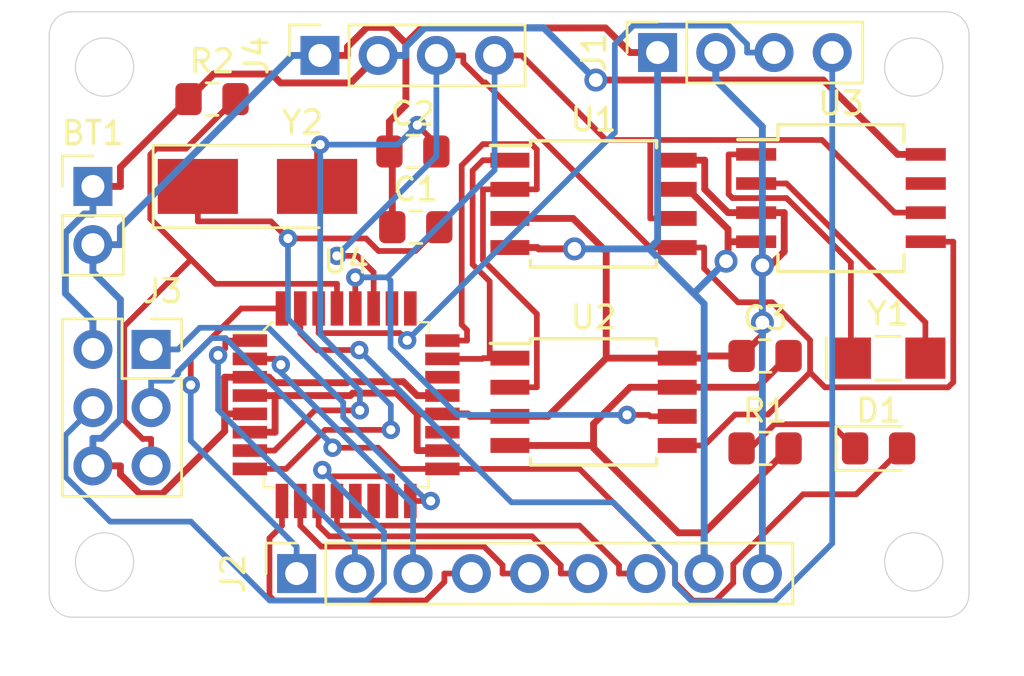
<source format=kicad_pcb>
(kicad_pcb (version 20171130) (host pcbnew "(5.1.4)-1")

  (general
    (thickness 1.6)
    (drawings 12)
    (tracks 387)
    (zones 0)
    (modules 17)
    (nets 32)
  )

  (page A4)
  (title_block
    (title "Arduino Clone")
    (date 2019-10-16)
    (rev v1)
    (company "Designed by Pablo Roig")
    (comment 1 "Battery Powered")
    (comment 2 "Extended EEPROM (2 MB)")
    (comment 3 "With RTC")
  )

  (layers
    (0 F.Cu signal)
    (31 B.Cu mixed)
    (32 B.Adhes user)
    (33 F.Adhes user)
    (34 B.Paste user)
    (35 F.Paste user)
    (36 B.SilkS user)
    (37 F.SilkS user)
    (38 B.Mask user)
    (39 F.Mask user)
    (40 Dwgs.User user)
    (41 Cmts.User user)
    (42 Eco1.User user)
    (43 Eco2.User user)
    (44 Edge.Cuts user)
    (45 Margin user)
    (46 B.CrtYd user)
    (47 F.CrtYd user)
    (48 B.Fab user)
    (49 F.Fab user)
  )

  (setup
    (last_trace_width 0.25)
    (user_trace_width 0.3)
    (trace_clearance 0.2)
    (zone_clearance 0.508)
    (zone_45_only no)
    (trace_min 0.2)
    (via_size 0.8)
    (via_drill 0.4)
    (via_min_size 0.4)
    (via_min_drill 0.3)
    (user_via 1 0.6)
    (uvia_size 0.3)
    (uvia_drill 0.1)
    (uvias_allowed no)
    (uvia_min_size 0.2)
    (uvia_min_drill 0.1)
    (edge_width 0.05)
    (segment_width 0.2)
    (pcb_text_width 0.3)
    (pcb_text_size 1.5 1.5)
    (mod_edge_width 0.12)
    (mod_text_size 1 1)
    (mod_text_width 0.15)
    (pad_size 1.524 1.524)
    (pad_drill 0.762)
    (pad_to_mask_clearance 0.051)
    (solder_mask_min_width 0.25)
    (aux_axis_origin 0 0)
    (visible_elements 7FFFFFFF)
    (pcbplotparams
      (layerselection 0x010fc_ffffffff)
      (usegerberextensions false)
      (usegerberattributes false)
      (usegerberadvancedattributes false)
      (creategerberjobfile false)
      (excludeedgelayer true)
      (linewidth 0.100000)
      (plotframeref false)
      (viasonmask false)
      (mode 1)
      (useauxorigin false)
      (hpglpennumber 1)
      (hpglpenspeed 20)
      (hpglpendiameter 15.000000)
      (psnegative false)
      (psa4output false)
      (plotreference true)
      (plotvalue true)
      (plotinvisibletext false)
      (padsonsilk false)
      (subtractmaskfromsilk false)
      (outputformat 1)
      (mirror false)
      (drillshape 1)
      (scaleselection 1)
      (outputdirectory ""))
  )

  (net 0 "")
  (net 1 /VCC)
  (net 2 GND)
  (net 3 "Net-(C1-Pad2)")
  (net 4 "Net-(C2-Pad2)")
  (net 5 "Net-(D1-Pad1)")
  (net 6 /SCK)
  (net 7 /RX)
  (net 8 /TX)
  (net 9 /D2)
  (net 10 /D3)
  (net 11 /D4)
  (net 12 /D5)
  (net 13 /D6)
  (net 14 /D7)
  (net 15 /D8)
  (net 16 /MISO)
  (net 17 /MOSI)
  (net 18 /RESET)
  (net 19 /SCL)
  (net 20 /SDA)
  (net 21 /ADDS1)
  (net 22 /ADDS2)
  (net 23 "Net-(U3-Pad1)")
  (net 24 "Net-(U3-Pad2)")
  (net 25 "Net-(U3-Pad7)")
  (net 26 "Net-(U4-Pad13)")
  (net 27 "Net-(U4-Pad14)")
  (net 28 "Net-(U4-Pad19)")
  (net 29 "Net-(U4-Pad22)")
  (net 30 "Net-(U4-Pad25)")
  (net 31 "Net-(U4-Pad26)")

  (net_class Default "This is the default net class."
    (clearance 0.2)
    (trace_width 0.25)
    (via_dia 0.8)
    (via_drill 0.4)
    (uvia_dia 0.3)
    (uvia_drill 0.1)
    (add_net /ADDS1)
    (add_net /ADDS2)
    (add_net /D2)
    (add_net /D3)
    (add_net /D4)
    (add_net /D5)
    (add_net /D6)
    (add_net /D7)
    (add_net /D8)
    (add_net /MISO)
    (add_net /MOSI)
    (add_net /RESET)
    (add_net /RX)
    (add_net /SCK)
    (add_net /SCL)
    (add_net /SDA)
    (add_net /TX)
    (add_net "Net-(C1-Pad2)")
    (add_net "Net-(C2-Pad2)")
    (add_net "Net-(D1-Pad1)")
    (add_net "Net-(U3-Pad1)")
    (add_net "Net-(U3-Pad2)")
    (add_net "Net-(U3-Pad7)")
    (add_net "Net-(U4-Pad13)")
    (add_net "Net-(U4-Pad14)")
    (add_net "Net-(U4-Pad19)")
    (add_net "Net-(U4-Pad22)")
    (add_net "Net-(U4-Pad25)")
    (add_net "Net-(U4-Pad26)")
  )

  (net_class Power ""
    (clearance 0.2)
    (trace_width 0.3)
    (via_dia 1)
    (via_drill 0.6)
    (uvia_dia 0.3)
    (uvia_drill 0.1)
    (add_net /VCC)
    (add_net GND)
  )

  (module Connector_PinHeader_2.54mm:PinHeader_1x02_P2.54mm_Vertical (layer F.Cu) (tedit 59FED5CC) (tstamp 5DA6E56E)
    (at 79.502 127.762)
    (descr "Through hole straight pin header, 1x02, 2.54mm pitch, single row")
    (tags "Through hole pin header THT 1x02 2.54mm single row")
    (path /5DA2ED42)
    (fp_text reference BT1 (at 0 -2.33) (layer F.SilkS)
      (effects (font (size 1 1) (thickness 0.15)))
    )
    (fp_text value "Battery 3V" (at 0 4.87) (layer F.Fab)
      (effects (font (size 1 1) (thickness 0.15)))
    )
    (fp_line (start -0.635 -1.27) (end 1.27 -1.27) (layer F.Fab) (width 0.1))
    (fp_line (start 1.27 -1.27) (end 1.27 3.81) (layer F.Fab) (width 0.1))
    (fp_line (start 1.27 3.81) (end -1.27 3.81) (layer F.Fab) (width 0.1))
    (fp_line (start -1.27 3.81) (end -1.27 -0.635) (layer F.Fab) (width 0.1))
    (fp_line (start -1.27 -0.635) (end -0.635 -1.27) (layer F.Fab) (width 0.1))
    (fp_line (start -1.33 3.87) (end 1.33 3.87) (layer F.SilkS) (width 0.12))
    (fp_line (start -1.33 1.27) (end -1.33 3.87) (layer F.SilkS) (width 0.12))
    (fp_line (start 1.33 1.27) (end 1.33 3.87) (layer F.SilkS) (width 0.12))
    (fp_line (start -1.33 1.27) (end 1.33 1.27) (layer F.SilkS) (width 0.12))
    (fp_line (start -1.33 0) (end -1.33 -1.33) (layer F.SilkS) (width 0.12))
    (fp_line (start -1.33 -1.33) (end 0 -1.33) (layer F.SilkS) (width 0.12))
    (fp_line (start -1.8 -1.8) (end -1.8 4.35) (layer F.CrtYd) (width 0.05))
    (fp_line (start -1.8 4.35) (end 1.8 4.35) (layer F.CrtYd) (width 0.05))
    (fp_line (start 1.8 4.35) (end 1.8 -1.8) (layer F.CrtYd) (width 0.05))
    (fp_line (start 1.8 -1.8) (end -1.8 -1.8) (layer F.CrtYd) (width 0.05))
    (fp_text user %R (at 0 1.27 90) (layer F.Fab)
      (effects (font (size 1 1) (thickness 0.15)))
    )
    (pad 1 thru_hole rect (at 0 0) (size 1.7 1.7) (drill 1) (layers *.Cu *.Mask)
      (net 1 /VCC))
    (pad 2 thru_hole oval (at 0 2.54) (size 1.7 1.7) (drill 1) (layers *.Cu *.Mask)
      (net 2 GND))
    (model ${KISYS3DMOD}/Connector_PinHeader_2.54mm.3dshapes/PinHeader_1x02_P2.54mm_Vertical.wrl
      (at (xyz 0 0 0))
      (scale (xyz 1 1 1))
      (rotate (xyz 0 0 0))
    )
  )

  (module Capacitor_SMD:C_0805_2012Metric_Pad1.15x1.40mm_HandSolder (layer F.Cu) (tedit 5B36C52B) (tstamp 5DA6D4B2)
    (at 93.59 129.54)
    (descr "Capacitor SMD 0805 (2012 Metric), square (rectangular) end terminal, IPC_7351 nominal with elongated pad for handsoldering. (Body size source: https://docs.google.com/spreadsheets/d/1BsfQQcO9C6DZCsRaXUlFlo91Tg2WpOkGARC1WS5S8t0/edit?usp=sharing), generated with kicad-footprint-generator")
    (tags "capacitor handsolder")
    (path /5DA2FE65)
    (attr smd)
    (fp_text reference C1 (at 0 -1.65) (layer F.SilkS)
      (effects (font (size 1 1) (thickness 0.15)))
    )
    (fp_text value 22pF (at 0 1.65) (layer F.Fab)
      (effects (font (size 1 1) (thickness 0.15)))
    )
    (fp_line (start -1 0.6) (end -1 -0.6) (layer F.Fab) (width 0.1))
    (fp_line (start -1 -0.6) (end 1 -0.6) (layer F.Fab) (width 0.1))
    (fp_line (start 1 -0.6) (end 1 0.6) (layer F.Fab) (width 0.1))
    (fp_line (start 1 0.6) (end -1 0.6) (layer F.Fab) (width 0.1))
    (fp_line (start -0.261252 -0.71) (end 0.261252 -0.71) (layer F.SilkS) (width 0.12))
    (fp_line (start -0.261252 0.71) (end 0.261252 0.71) (layer F.SilkS) (width 0.12))
    (fp_line (start -1.85 0.95) (end -1.85 -0.95) (layer F.CrtYd) (width 0.05))
    (fp_line (start -1.85 -0.95) (end 1.85 -0.95) (layer F.CrtYd) (width 0.05))
    (fp_line (start 1.85 -0.95) (end 1.85 0.95) (layer F.CrtYd) (width 0.05))
    (fp_line (start 1.85 0.95) (end -1.85 0.95) (layer F.CrtYd) (width 0.05))
    (fp_text user %R (at 0 0) (layer F.Fab)
      (effects (font (size 0.5 0.5) (thickness 0.08)))
    )
    (pad 1 smd roundrect (at -1.025 0) (size 1.15 1.4) (layers F.Cu F.Paste F.Mask) (roundrect_rratio 0.217391)
      (net 2 GND))
    (pad 2 smd roundrect (at 1.025 0) (size 1.15 1.4) (layers F.Cu F.Paste F.Mask) (roundrect_rratio 0.217391)
      (net 3 "Net-(C1-Pad2)"))
    (model ${KISYS3DMOD}/Capacitor_SMD.3dshapes/C_0805_2012Metric.wrl
      (at (xyz 0 0 0))
      (scale (xyz 1 1 1))
      (rotate (xyz 0 0 0))
    )
  )

  (module Capacitor_SMD:C_0805_2012Metric_Pad1.15x1.40mm_HandSolder (layer F.Cu) (tedit 5B36C52B) (tstamp 5DA6D4C3)
    (at 93.463 126.238)
    (descr "Capacitor SMD 0805 (2012 Metric), square (rectangular) end terminal, IPC_7351 nominal with elongated pad for handsoldering. (Body size source: https://docs.google.com/spreadsheets/d/1BsfQQcO9C6DZCsRaXUlFlo91Tg2WpOkGARC1WS5S8t0/edit?usp=sharing), generated with kicad-footprint-generator")
    (tags "capacitor handsolder")
    (path /5DA30297)
    (attr smd)
    (fp_text reference C2 (at 0 -1.65) (layer F.SilkS)
      (effects (font (size 1 1) (thickness 0.15)))
    )
    (fp_text value 22pF (at 0 1.65) (layer F.Fab)
      (effects (font (size 1 1) (thickness 0.15)))
    )
    (fp_text user %R (at 0 0) (layer F.Fab)
      (effects (font (size 0.5 0.5) (thickness 0.08)))
    )
    (fp_line (start 1.85 0.95) (end -1.85 0.95) (layer F.CrtYd) (width 0.05))
    (fp_line (start 1.85 -0.95) (end 1.85 0.95) (layer F.CrtYd) (width 0.05))
    (fp_line (start -1.85 -0.95) (end 1.85 -0.95) (layer F.CrtYd) (width 0.05))
    (fp_line (start -1.85 0.95) (end -1.85 -0.95) (layer F.CrtYd) (width 0.05))
    (fp_line (start -0.261252 0.71) (end 0.261252 0.71) (layer F.SilkS) (width 0.12))
    (fp_line (start -0.261252 -0.71) (end 0.261252 -0.71) (layer F.SilkS) (width 0.12))
    (fp_line (start 1 0.6) (end -1 0.6) (layer F.Fab) (width 0.1))
    (fp_line (start 1 -0.6) (end 1 0.6) (layer F.Fab) (width 0.1))
    (fp_line (start -1 -0.6) (end 1 -0.6) (layer F.Fab) (width 0.1))
    (fp_line (start -1 0.6) (end -1 -0.6) (layer F.Fab) (width 0.1))
    (pad 2 smd roundrect (at 1.025 0) (size 1.15 1.4) (layers F.Cu F.Paste F.Mask) (roundrect_rratio 0.217391)
      (net 4 "Net-(C2-Pad2)"))
    (pad 1 smd roundrect (at -1.025 0) (size 1.15 1.4) (layers F.Cu F.Paste F.Mask) (roundrect_rratio 0.217391)
      (net 2 GND))
    (model ${KISYS3DMOD}/Capacitor_SMD.3dshapes/C_0805_2012Metric.wrl
      (at (xyz 0 0 0))
      (scale (xyz 1 1 1))
      (rotate (xyz 0 0 0))
    )
  )

  (module Capacitor_SMD:C_0805_2012Metric_Pad1.15x1.40mm_HandSolder (layer F.Cu) (tedit 5B36C52B) (tstamp 5DA6D4D4)
    (at 108.83 135.16)
    (descr "Capacitor SMD 0805 (2012 Metric), square (rectangular) end terminal, IPC_7351 nominal with elongated pad for handsoldering. (Body size source: https://docs.google.com/spreadsheets/d/1BsfQQcO9C6DZCsRaXUlFlo91Tg2WpOkGARC1WS5S8t0/edit?usp=sharing), generated with kicad-footprint-generator")
    (tags "capacitor handsolder")
    (path /5DA309D4)
    (attr smd)
    (fp_text reference C3 (at 0 -1.65) (layer F.SilkS)
      (effects (font (size 1 1) (thickness 0.15)))
    )
    (fp_text value 10uF (at 0 1.65) (layer F.Fab)
      (effects (font (size 1 1) (thickness 0.15)))
    )
    (fp_line (start -1 0.6) (end -1 -0.6) (layer F.Fab) (width 0.1))
    (fp_line (start -1 -0.6) (end 1 -0.6) (layer F.Fab) (width 0.1))
    (fp_line (start 1 -0.6) (end 1 0.6) (layer F.Fab) (width 0.1))
    (fp_line (start 1 0.6) (end -1 0.6) (layer F.Fab) (width 0.1))
    (fp_line (start -0.261252 -0.71) (end 0.261252 -0.71) (layer F.SilkS) (width 0.12))
    (fp_line (start -0.261252 0.71) (end 0.261252 0.71) (layer F.SilkS) (width 0.12))
    (fp_line (start -1.85 0.95) (end -1.85 -0.95) (layer F.CrtYd) (width 0.05))
    (fp_line (start -1.85 -0.95) (end 1.85 -0.95) (layer F.CrtYd) (width 0.05))
    (fp_line (start 1.85 -0.95) (end 1.85 0.95) (layer F.CrtYd) (width 0.05))
    (fp_line (start 1.85 0.95) (end -1.85 0.95) (layer F.CrtYd) (width 0.05))
    (fp_text user %R (at 0 0) (layer F.Fab)
      (effects (font (size 0.5 0.5) (thickness 0.08)))
    )
    (pad 1 smd roundrect (at -1.025 0) (size 1.15 1.4) (layers F.Cu F.Paste F.Mask) (roundrect_rratio 0.217391)
      (net 1 /VCC))
    (pad 2 smd roundrect (at 1.025 0) (size 1.15 1.4) (layers F.Cu F.Paste F.Mask) (roundrect_rratio 0.217391)
      (net 2 GND))
    (model ${KISYS3DMOD}/Capacitor_SMD.3dshapes/C_0805_2012Metric.wrl
      (at (xyz 0 0 0))
      (scale (xyz 1 1 1))
      (rotate (xyz 0 0 0))
    )
  )

  (module LED_SMD:LED_0805_2012Metric_Pad1.15x1.40mm_HandSolder (layer F.Cu) (tedit 5B4B45C9) (tstamp 5DA6D4E7)
    (at 113.783 139.192)
    (descr "LED SMD 0805 (2012 Metric), square (rectangular) end terminal, IPC_7351 nominal, (Body size source: https://docs.google.com/spreadsheets/d/1BsfQQcO9C6DZCsRaXUlFlo91Tg2WpOkGARC1WS5S8t0/edit?usp=sharing), generated with kicad-footprint-generator")
    (tags "LED handsolder")
    (path /5DA313E3)
    (attr smd)
    (fp_text reference D1 (at 0 -1.65) (layer F.SilkS)
      (effects (font (size 1 1) (thickness 0.15)))
    )
    (fp_text value LED (at 0 1.65) (layer F.Fab)
      (effects (font (size 1 1) (thickness 0.15)))
    )
    (fp_line (start 1 -0.6) (end -0.7 -0.6) (layer F.Fab) (width 0.1))
    (fp_line (start -0.7 -0.6) (end -1 -0.3) (layer F.Fab) (width 0.1))
    (fp_line (start -1 -0.3) (end -1 0.6) (layer F.Fab) (width 0.1))
    (fp_line (start -1 0.6) (end 1 0.6) (layer F.Fab) (width 0.1))
    (fp_line (start 1 0.6) (end 1 -0.6) (layer F.Fab) (width 0.1))
    (fp_line (start 1 -0.96) (end -1.86 -0.96) (layer F.SilkS) (width 0.12))
    (fp_line (start -1.86 -0.96) (end -1.86 0.96) (layer F.SilkS) (width 0.12))
    (fp_line (start -1.86 0.96) (end 1 0.96) (layer F.SilkS) (width 0.12))
    (fp_line (start -1.85 0.95) (end -1.85 -0.95) (layer F.CrtYd) (width 0.05))
    (fp_line (start -1.85 -0.95) (end 1.85 -0.95) (layer F.CrtYd) (width 0.05))
    (fp_line (start 1.85 -0.95) (end 1.85 0.95) (layer F.CrtYd) (width 0.05))
    (fp_line (start 1.85 0.95) (end -1.85 0.95) (layer F.CrtYd) (width 0.05))
    (fp_text user %R (at 0 0) (layer F.Fab)
      (effects (font (size 0.5 0.5) (thickness 0.08)))
    )
    (pad 1 smd roundrect (at -1.025 0) (size 1.15 1.4) (layers F.Cu F.Paste F.Mask) (roundrect_rratio 0.217391)
      (net 5 "Net-(D1-Pad1)"))
    (pad 2 smd roundrect (at 1.025 0) (size 1.15 1.4) (layers F.Cu F.Paste F.Mask) (roundrect_rratio 0.217391)
      (net 6 /SCK))
    (model ${KISYS3DMOD}/LED_SMD.3dshapes/LED_0805_2012Metric.wrl
      (at (xyz 0 0 0))
      (scale (xyz 1 1 1))
      (rotate (xyz 0 0 0))
    )
  )

  (module Connector_PinSocket_2.54mm:PinSocket_1x04_P2.54mm_Vertical (layer F.Cu) (tedit 5A19A429) (tstamp 5DA6F461)
    (at 104.14 121.92 90)
    (descr "Through hole straight socket strip, 1x04, 2.54mm pitch, single row (from Kicad 4.0.7), script generated")
    (tags "Through hole socket strip THT 1x04 2.54mm single row")
    (path /5DA33D85/5DA389EB)
    (fp_text reference J1 (at 0 -2.77 90) (layer F.SilkS)
      (effects (font (size 1 1) (thickness 0.15)))
    )
    (fp_text value Serial (at 0 10.39 90) (layer F.Fab)
      (effects (font (size 1 1) (thickness 0.15)))
    )
    (fp_line (start -1.27 -1.27) (end 0.635 -1.27) (layer F.Fab) (width 0.1))
    (fp_line (start 0.635 -1.27) (end 1.27 -0.635) (layer F.Fab) (width 0.1))
    (fp_line (start 1.27 -0.635) (end 1.27 8.89) (layer F.Fab) (width 0.1))
    (fp_line (start 1.27 8.89) (end -1.27 8.89) (layer F.Fab) (width 0.1))
    (fp_line (start -1.27 8.89) (end -1.27 -1.27) (layer F.Fab) (width 0.1))
    (fp_line (start -1.33 1.27) (end 1.33 1.27) (layer F.SilkS) (width 0.12))
    (fp_line (start -1.33 1.27) (end -1.33 8.95) (layer F.SilkS) (width 0.12))
    (fp_line (start -1.33 8.95) (end 1.33 8.95) (layer F.SilkS) (width 0.12))
    (fp_line (start 1.33 1.27) (end 1.33 8.95) (layer F.SilkS) (width 0.12))
    (fp_line (start 1.33 -1.33) (end 1.33 0) (layer F.SilkS) (width 0.12))
    (fp_line (start 0 -1.33) (end 1.33 -1.33) (layer F.SilkS) (width 0.12))
    (fp_line (start -1.8 -1.8) (end 1.75 -1.8) (layer F.CrtYd) (width 0.05))
    (fp_line (start 1.75 -1.8) (end 1.75 9.4) (layer F.CrtYd) (width 0.05))
    (fp_line (start 1.75 9.4) (end -1.8 9.4) (layer F.CrtYd) (width 0.05))
    (fp_line (start -1.8 9.4) (end -1.8 -1.8) (layer F.CrtYd) (width 0.05))
    (fp_text user %R (at 0 3.81) (layer F.Fab)
      (effects (font (size 1 1) (thickness 0.15)))
    )
    (pad 1 thru_hole rect (at 0 0 90) (size 1.7 1.7) (drill 1) (layers *.Cu *.Mask)
      (net 2 GND))
    (pad 2 thru_hole oval (at 0 2.54 90) (size 1.7 1.7) (drill 1) (layers *.Cu *.Mask)
      (net 1 /VCC))
    (pad 3 thru_hole oval (at 0 5.08 90) (size 1.7 1.7) (drill 1) (layers *.Cu *.Mask)
      (net 7 /RX))
    (pad 4 thru_hole oval (at 0 7.62 90) (size 1.7 1.7) (drill 1) (layers *.Cu *.Mask)
      (net 8 /TX))
    (model ${KISYS3DMOD}/Connector_PinSocket_2.54mm.3dshapes/PinSocket_1x04_P2.54mm_Vertical.wrl
      (at (xyz 0 0 0))
      (scale (xyz 1 1 1))
      (rotate (xyz 0 0 0))
    )
  )

  (module Connector_PinSocket_2.54mm:PinSocket_1x09_P2.54mm_Vertical (layer F.Cu) (tedit 5A19A431) (tstamp 5DA6D51C)
    (at 88.392 144.653 90)
    (descr "Through hole straight socket strip, 1x09, 2.54mm pitch, single row (from Kicad 4.0.7), script generated")
    (tags "Through hole socket strip THT 1x09 2.54mm single row")
    (path /5DA33D85/5DA360A7)
    (fp_text reference J2 (at 0 -2.77 90) (layer F.SilkS)
      (effects (font (size 1 1) (thickness 0.15)))
    )
    (fp_text value "Digital pins" (at 0 23.09 90) (layer F.Fab)
      (effects (font (size 1 1) (thickness 0.15)))
    )
    (fp_line (start -1.27 -1.27) (end 0.635 -1.27) (layer F.Fab) (width 0.1))
    (fp_line (start 0.635 -1.27) (end 1.27 -0.635) (layer F.Fab) (width 0.1))
    (fp_line (start 1.27 -0.635) (end 1.27 21.59) (layer F.Fab) (width 0.1))
    (fp_line (start 1.27 21.59) (end -1.27 21.59) (layer F.Fab) (width 0.1))
    (fp_line (start -1.27 21.59) (end -1.27 -1.27) (layer F.Fab) (width 0.1))
    (fp_line (start -1.33 1.27) (end 1.33 1.27) (layer F.SilkS) (width 0.12))
    (fp_line (start -1.33 1.27) (end -1.33 21.65) (layer F.SilkS) (width 0.12))
    (fp_line (start -1.33 21.65) (end 1.33 21.65) (layer F.SilkS) (width 0.12))
    (fp_line (start 1.33 1.27) (end 1.33 21.65) (layer F.SilkS) (width 0.12))
    (fp_line (start 1.33 -1.33) (end 1.33 0) (layer F.SilkS) (width 0.12))
    (fp_line (start 0 -1.33) (end 1.33 -1.33) (layer F.SilkS) (width 0.12))
    (fp_line (start -1.8 -1.8) (end 1.75 -1.8) (layer F.CrtYd) (width 0.05))
    (fp_line (start 1.75 -1.8) (end 1.75 22.1) (layer F.CrtYd) (width 0.05))
    (fp_line (start 1.75 22.1) (end -1.8 22.1) (layer F.CrtYd) (width 0.05))
    (fp_line (start -1.8 22.1) (end -1.8 -1.8) (layer F.CrtYd) (width 0.05))
    (fp_text user %R (at 0 10.16) (layer F.Fab)
      (effects (font (size 1 1) (thickness 0.15)))
    )
    (pad 1 thru_hole rect (at 0 0 90) (size 1.7 1.7) (drill 1) (layers *.Cu *.Mask)
      (net 9 /D2))
    (pad 2 thru_hole oval (at 0 2.54 90) (size 1.7 1.7) (drill 1) (layers *.Cu *.Mask)
      (net 10 /D3))
    (pad 3 thru_hole oval (at 0 5.08 90) (size 1.7 1.7) (drill 1) (layers *.Cu *.Mask)
      (net 11 /D4))
    (pad 4 thru_hole oval (at 0 7.62 90) (size 1.7 1.7) (drill 1) (layers *.Cu *.Mask)
      (net 12 /D5))
    (pad 5 thru_hole oval (at 0 10.16 90) (size 1.7 1.7) (drill 1) (layers *.Cu *.Mask)
      (net 13 /D6))
    (pad 6 thru_hole oval (at 0 12.7 90) (size 1.7 1.7) (drill 1) (layers *.Cu *.Mask)
      (net 14 /D7))
    (pad 7 thru_hole oval (at 0 15.24 90) (size 1.7 1.7) (drill 1) (layers *.Cu *.Mask)
      (net 15 /D8))
    (pad 8 thru_hole oval (at 0 17.78 90) (size 1.7 1.7) (drill 1) (layers *.Cu *.Mask)
      (net 2 GND))
    (pad 9 thru_hole oval (at 0 20.32 90) (size 1.7 1.7) (drill 1) (layers *.Cu *.Mask)
      (net 1 /VCC))
    (model ${KISYS3DMOD}/Connector_PinSocket_2.54mm.3dshapes/PinSocket_1x09_P2.54mm_Vertical.wrl
      (at (xyz 0 0 0))
      (scale (xyz 1 1 1))
      (rotate (xyz 0 0 0))
    )
  )

  (module Connector_PinSocket_2.54mm:PinSocket_2x03_P2.54mm_Vertical (layer F.Cu) (tedit 5A19A425) (tstamp 5DA6E417)
    (at 82.042 134.874)
    (descr "Through hole straight socket strip, 2x03, 2.54mm pitch, double cols (from Kicad 4.0.7), script generated")
    (tags "Through hole socket strip THT 2x03 2.54mm double row")
    (path /5DA33D85/5DA37BBF)
    (fp_text reference J3 (at 0.508 -2.54) (layer F.SilkS)
      (effects (font (size 1 1) (thickness 0.15)))
    )
    (fp_text value ICSP (at -1.27 7.85) (layer F.Fab)
      (effects (font (size 1 1) (thickness 0.15)))
    )
    (fp_line (start -3.81 -1.27) (end 0.27 -1.27) (layer F.Fab) (width 0.1))
    (fp_line (start 0.27 -1.27) (end 1.27 -0.27) (layer F.Fab) (width 0.1))
    (fp_line (start 1.27 -0.27) (end 1.27 6.35) (layer F.Fab) (width 0.1))
    (fp_line (start 1.27 6.35) (end -3.81 6.35) (layer F.Fab) (width 0.1))
    (fp_line (start -3.81 6.35) (end -3.81 -1.27) (layer F.Fab) (width 0.1))
    (fp_line (start -3.87 -1.33) (end -1.27 -1.33) (layer F.SilkS) (width 0.12))
    (fp_line (start -3.87 -1.33) (end -3.87 6.41) (layer F.SilkS) (width 0.12))
    (fp_line (start -3.87 6.41) (end 1.33 6.41) (layer F.SilkS) (width 0.12))
    (fp_line (start 1.33 1.27) (end 1.33 6.41) (layer F.SilkS) (width 0.12))
    (fp_line (start -1.27 1.27) (end 1.33 1.27) (layer F.SilkS) (width 0.12))
    (fp_line (start -1.27 -1.33) (end -1.27 1.27) (layer F.SilkS) (width 0.12))
    (fp_line (start 1.33 -1.33) (end 1.33 0) (layer F.SilkS) (width 0.12))
    (fp_line (start 0 -1.33) (end 1.33 -1.33) (layer F.SilkS) (width 0.12))
    (fp_line (start -4.34 -1.8) (end 1.76 -1.8) (layer F.CrtYd) (width 0.05))
    (fp_line (start 1.76 -1.8) (end 1.76 6.85) (layer F.CrtYd) (width 0.05))
    (fp_line (start 1.76 6.85) (end -4.34 6.85) (layer F.CrtYd) (width 0.05))
    (fp_line (start -4.34 6.85) (end -4.34 -1.8) (layer F.CrtYd) (width 0.05))
    (fp_text user %R (at -1.27 2.54 90) (layer F.Fab)
      (effects (font (size 1 1) (thickness 0.15)))
    )
    (pad 1 thru_hole rect (at 0 0) (size 1.7 1.7) (drill 1) (layers *.Cu *.Mask)
      (net 16 /MISO))
    (pad 2 thru_hole oval (at -2.54 0) (size 1.7 1.7) (drill 1) (layers *.Cu *.Mask)
      (net 1 /VCC))
    (pad 3 thru_hole oval (at 0 2.54) (size 1.7 1.7) (drill 1) (layers *.Cu *.Mask)
      (net 6 /SCK))
    (pad 4 thru_hole oval (at -2.54 2.54) (size 1.7 1.7) (drill 1) (layers *.Cu *.Mask)
      (net 17 /MOSI))
    (pad 5 thru_hole oval (at 0 5.08) (size 1.7 1.7) (drill 1) (layers *.Cu *.Mask)
      (net 18 /RESET))
    (pad 6 thru_hole oval (at -2.54 5.08) (size 1.7 1.7) (drill 1) (layers *.Cu *.Mask)
      (net 2 GND))
    (model ${KISYS3DMOD}/Connector_PinSocket_2.54mm.3dshapes/PinSocket_2x03_P2.54mm_Vertical.wrl
      (at (xyz 0 0 0))
      (scale (xyz 1 1 1))
      (rotate (xyz 0 0 0))
    )
  )

  (module Connector_PinSocket_2.54mm:PinSocket_1x04_P2.54mm_Vertical (layer F.Cu) (tedit 5A19A429) (tstamp 5DA6D550)
    (at 89.408 122.047 90)
    (descr "Through hole straight socket strip, 1x04, 2.54mm pitch, single row (from Kicad 4.0.7), script generated")
    (tags "Through hole socket strip THT 1x04 2.54mm single row")
    (path /5DA33D85/5DA37217)
    (fp_text reference J4 (at 0 -2.77 90) (layer F.SilkS)
      (effects (font (size 1 1) (thickness 0.15)))
    )
    (fp_text value I2C (at 0 10.39 90) (layer F.Fab)
      (effects (font (size 1 1) (thickness 0.15)))
    )
    (fp_text user %R (at 0 3.81) (layer F.Fab)
      (effects (font (size 1 1) (thickness 0.15)))
    )
    (fp_line (start -1.8 9.4) (end -1.8 -1.8) (layer F.CrtYd) (width 0.05))
    (fp_line (start 1.75 9.4) (end -1.8 9.4) (layer F.CrtYd) (width 0.05))
    (fp_line (start 1.75 -1.8) (end 1.75 9.4) (layer F.CrtYd) (width 0.05))
    (fp_line (start -1.8 -1.8) (end 1.75 -1.8) (layer F.CrtYd) (width 0.05))
    (fp_line (start 0 -1.33) (end 1.33 -1.33) (layer F.SilkS) (width 0.12))
    (fp_line (start 1.33 -1.33) (end 1.33 0) (layer F.SilkS) (width 0.12))
    (fp_line (start 1.33 1.27) (end 1.33 8.95) (layer F.SilkS) (width 0.12))
    (fp_line (start -1.33 8.95) (end 1.33 8.95) (layer F.SilkS) (width 0.12))
    (fp_line (start -1.33 1.27) (end -1.33 8.95) (layer F.SilkS) (width 0.12))
    (fp_line (start -1.33 1.27) (end 1.33 1.27) (layer F.SilkS) (width 0.12))
    (fp_line (start -1.27 8.89) (end -1.27 -1.27) (layer F.Fab) (width 0.1))
    (fp_line (start 1.27 8.89) (end -1.27 8.89) (layer F.Fab) (width 0.1))
    (fp_line (start 1.27 -0.635) (end 1.27 8.89) (layer F.Fab) (width 0.1))
    (fp_line (start 0.635 -1.27) (end 1.27 -0.635) (layer F.Fab) (width 0.1))
    (fp_line (start -1.27 -1.27) (end 0.635 -1.27) (layer F.Fab) (width 0.1))
    (pad 4 thru_hole oval (at 0 7.62 90) (size 1.7 1.7) (drill 1) (layers *.Cu *.Mask)
      (net 19 /SCL))
    (pad 3 thru_hole oval (at 0 5.08 90) (size 1.7 1.7) (drill 1) (layers *.Cu *.Mask)
      (net 20 /SDA))
    (pad 2 thru_hole oval (at 0 2.54 90) (size 1.7 1.7) (drill 1) (layers *.Cu *.Mask)
      (net 1 /VCC))
    (pad 1 thru_hole rect (at 0 0 90) (size 1.7 1.7) (drill 1) (layers *.Cu *.Mask)
      (net 2 GND))
    (model ${KISYS3DMOD}/Connector_PinSocket_2.54mm.3dshapes/PinSocket_1x04_P2.54mm_Vertical.wrl
      (at (xyz 0 0 0))
      (scale (xyz 1 1 1))
      (rotate (xyz 0 0 0))
    )
  )

  (module Resistor_SMD:R_0805_2012Metric_Pad1.15x1.40mm_HandSolder (layer F.Cu) (tedit 5B36C52B) (tstamp 5DA6D561)
    (at 108.83 139.192)
    (descr "Resistor SMD 0805 (2012 Metric), square (rectangular) end terminal, IPC_7351 nominal with elongated pad for handsoldering. (Body size source: https://docs.google.com/spreadsheets/d/1BsfQQcO9C6DZCsRaXUlFlo91Tg2WpOkGARC1WS5S8t0/edit?usp=sharing), generated with kicad-footprint-generator")
    (tags "resistor handsolder")
    (path /5DA31FF8)
    (attr smd)
    (fp_text reference R1 (at 0 -1.65) (layer F.SilkS)
      (effects (font (size 1 1) (thickness 0.15)))
    )
    (fp_text value 330Ohm (at 0 1.65) (layer F.Fab)
      (effects (font (size 1 1) (thickness 0.15)))
    )
    (fp_line (start -1 0.6) (end -1 -0.6) (layer F.Fab) (width 0.1))
    (fp_line (start -1 -0.6) (end 1 -0.6) (layer F.Fab) (width 0.1))
    (fp_line (start 1 -0.6) (end 1 0.6) (layer F.Fab) (width 0.1))
    (fp_line (start 1 0.6) (end -1 0.6) (layer F.Fab) (width 0.1))
    (fp_line (start -0.261252 -0.71) (end 0.261252 -0.71) (layer F.SilkS) (width 0.12))
    (fp_line (start -0.261252 0.71) (end 0.261252 0.71) (layer F.SilkS) (width 0.12))
    (fp_line (start -1.85 0.95) (end -1.85 -0.95) (layer F.CrtYd) (width 0.05))
    (fp_line (start -1.85 -0.95) (end 1.85 -0.95) (layer F.CrtYd) (width 0.05))
    (fp_line (start 1.85 -0.95) (end 1.85 0.95) (layer F.CrtYd) (width 0.05))
    (fp_line (start 1.85 0.95) (end -1.85 0.95) (layer F.CrtYd) (width 0.05))
    (fp_text user %R (at 0 0) (layer F.Fab)
      (effects (font (size 0.5 0.5) (thickness 0.08)))
    )
    (pad 1 smd roundrect (at -1.025 0) (size 1.15 1.4) (layers F.Cu F.Paste F.Mask) (roundrect_rratio 0.217391)
      (net 5 "Net-(D1-Pad1)"))
    (pad 2 smd roundrect (at 1.025 0) (size 1.15 1.4) (layers F.Cu F.Paste F.Mask) (roundrect_rratio 0.217391)
      (net 2 GND))
    (model ${KISYS3DMOD}/Resistor_SMD.3dshapes/R_0805_2012Metric.wrl
      (at (xyz 0 0 0))
      (scale (xyz 1 1 1))
      (rotate (xyz 0 0 0))
    )
  )

  (module Resistor_SMD:R_0805_2012Metric_Pad1.15x1.40mm_HandSolder (layer F.Cu) (tedit 5B36C52B) (tstamp 5DA6D572)
    (at 84.7 123.952)
    (descr "Resistor SMD 0805 (2012 Metric), square (rectangular) end terminal, IPC_7351 nominal with elongated pad for handsoldering. (Body size source: https://docs.google.com/spreadsheets/d/1BsfQQcO9C6DZCsRaXUlFlo91Tg2WpOkGARC1WS5S8t0/edit?usp=sharing), generated with kicad-footprint-generator")
    (tags "resistor handsolder")
    (path /5DA326D9)
    (attr smd)
    (fp_text reference R2 (at 0 -1.65) (layer F.SilkS)
      (effects (font (size 1 1) (thickness 0.15)))
    )
    (fp_text value 10kOhm (at 0 1.65) (layer F.Fab)
      (effects (font (size 1 1) (thickness 0.15)))
    )
    (fp_text user %R (at 0 0) (layer F.Fab)
      (effects (font (size 0.5 0.5) (thickness 0.08)))
    )
    (fp_line (start 1.85 0.95) (end -1.85 0.95) (layer F.CrtYd) (width 0.05))
    (fp_line (start 1.85 -0.95) (end 1.85 0.95) (layer F.CrtYd) (width 0.05))
    (fp_line (start -1.85 -0.95) (end 1.85 -0.95) (layer F.CrtYd) (width 0.05))
    (fp_line (start -1.85 0.95) (end -1.85 -0.95) (layer F.CrtYd) (width 0.05))
    (fp_line (start -0.261252 0.71) (end 0.261252 0.71) (layer F.SilkS) (width 0.12))
    (fp_line (start -0.261252 -0.71) (end 0.261252 -0.71) (layer F.SilkS) (width 0.12))
    (fp_line (start 1 0.6) (end -1 0.6) (layer F.Fab) (width 0.1))
    (fp_line (start 1 -0.6) (end 1 0.6) (layer F.Fab) (width 0.1))
    (fp_line (start -1 -0.6) (end 1 -0.6) (layer F.Fab) (width 0.1))
    (fp_line (start -1 0.6) (end -1 -0.6) (layer F.Fab) (width 0.1))
    (pad 2 smd roundrect (at 1.025 0) (size 1.15 1.4) (layers F.Cu F.Paste F.Mask) (roundrect_rratio 0.217391)
      (net 18 /RESET))
    (pad 1 smd roundrect (at -1.025 0) (size 1.15 1.4) (layers F.Cu F.Paste F.Mask) (roundrect_rratio 0.217391)
      (net 1 /VCC))
    (model ${KISYS3DMOD}/Resistor_SMD.3dshapes/R_0805_2012Metric.wrl
      (at (xyz 0 0 0))
      (scale (xyz 1 1 1))
      (rotate (xyz 0 0 0))
    )
  )

  (module Package_SO:SOIJ-8_5.3x5.3mm_P1.27mm (layer F.Cu) (tedit 5A02F2D3) (tstamp 5DA6FA85)
    (at 101.346 128.524)
    (descr "8-Lead Plastic Small Outline (SM) - Medium, 5.28 mm Body [SOIC] (see Microchip Packaging Specification 00000049BS.pdf)")
    (tags "SOIC 1.27")
    (path /5DA32AA2)
    (attr smd)
    (fp_text reference U1 (at 0 -3.68) (layer F.SilkS)
      (effects (font (size 1 1) (thickness 0.15)))
    )
    (fp_text value 24LC1025 (at 0 3.68) (layer F.Fab)
      (effects (font (size 1 1) (thickness 0.15)))
    )
    (fp_text user %R (at 0 0) (layer F.Fab)
      (effects (font (size 1 1) (thickness 0.15)))
    )
    (fp_line (start -1.65 -2.65) (end 2.65 -2.65) (layer F.Fab) (width 0.15))
    (fp_line (start 2.65 -2.65) (end 2.65 2.65) (layer F.Fab) (width 0.15))
    (fp_line (start 2.65 2.65) (end -2.65 2.65) (layer F.Fab) (width 0.15))
    (fp_line (start -2.65 2.65) (end -2.65 -1.65) (layer F.Fab) (width 0.15))
    (fp_line (start -2.65 -1.65) (end -1.65 -2.65) (layer F.Fab) (width 0.15))
    (fp_line (start -4.75 -2.95) (end -4.75 2.95) (layer F.CrtYd) (width 0.05))
    (fp_line (start 4.75 -2.95) (end 4.75 2.95) (layer F.CrtYd) (width 0.05))
    (fp_line (start -4.75 -2.95) (end 4.75 -2.95) (layer F.CrtYd) (width 0.05))
    (fp_line (start -4.75 2.95) (end 4.75 2.95) (layer F.CrtYd) (width 0.05))
    (fp_line (start -2.75 -2.755) (end -2.75 -2.55) (layer F.SilkS) (width 0.15))
    (fp_line (start 2.75 -2.755) (end 2.75 -2.455) (layer F.SilkS) (width 0.15))
    (fp_line (start 2.75 2.755) (end 2.75 2.455) (layer F.SilkS) (width 0.15))
    (fp_line (start -2.75 2.755) (end -2.75 2.455) (layer F.SilkS) (width 0.15))
    (fp_line (start -2.75 -2.755) (end 2.75 -2.755) (layer F.SilkS) (width 0.15))
    (fp_line (start -2.75 2.755) (end 2.75 2.755) (layer F.SilkS) (width 0.15))
    (fp_line (start -2.75 -2.55) (end -4.5 -2.55) (layer F.SilkS) (width 0.15))
    (pad 1 smd rect (at -3.65 -1.905) (size 1.7 0.65) (layers F.Cu F.Paste F.Mask)
      (net 21 /ADDS1))
    (pad 2 smd rect (at -3.65 -0.635) (size 1.7 0.65) (layers F.Cu F.Paste F.Mask)
      (net 22 /ADDS2))
    (pad 3 smd rect (at -3.65 0.635) (size 1.7 0.65) (layers F.Cu F.Paste F.Mask)
      (net 1 /VCC))
    (pad 4 smd rect (at -3.65 1.905) (size 1.7 0.65) (layers F.Cu F.Paste F.Mask)
      (net 2 GND))
    (pad 5 smd rect (at 3.65 1.905) (size 1.7 0.65) (layers F.Cu F.Paste F.Mask)
      (net 20 /SDA))
    (pad 6 smd rect (at 3.65 0.635) (size 1.7 0.65) (layers F.Cu F.Paste F.Mask)
      (net 19 /SCL))
    (pad 7 smd rect (at 3.65 -0.635) (size 1.7 0.65) (layers F.Cu F.Paste F.Mask)
      (net 2 GND))
    (pad 8 smd rect (at 3.65 -1.905) (size 1.7 0.65) (layers F.Cu F.Paste F.Mask)
      (net 1 /VCC))
    (model ${KISYS3DMOD}/Package_SO.3dshapes/SOIJ-8_5.3x5.3mm_P1.27mm.wrl
      (at (xyz 0 0 0))
      (scale (xyz 1 1 1))
      (rotate (xyz 0 0 0))
    )
  )

  (module Package_SO:SOIJ-8_5.3x5.3mm_P1.27mm (layer F.Cu) (tedit 5A02F2D3) (tstamp 5DA6EEAB)
    (at 101.346 137.16)
    (descr "8-Lead Plastic Small Outline (SM) - Medium, 5.28 mm Body [SOIC] (see Microchip Packaging Specification 00000049BS.pdf)")
    (tags "SOIC 1.27")
    (path /5DA3CEF9)
    (attr smd)
    (fp_text reference U2 (at 0 -3.68) (layer F.SilkS)
      (effects (font (size 1 1) (thickness 0.15)))
    )
    (fp_text value 24LC1025 (at 0 3.68) (layer F.Fab)
      (effects (font (size 1 1) (thickness 0.15)))
    )
    (fp_line (start -2.75 -2.55) (end -4.5 -2.55) (layer F.SilkS) (width 0.15))
    (fp_line (start -2.75 2.755) (end 2.75 2.755) (layer F.SilkS) (width 0.15))
    (fp_line (start -2.75 -2.755) (end 2.75 -2.755) (layer F.SilkS) (width 0.15))
    (fp_line (start -2.75 2.755) (end -2.75 2.455) (layer F.SilkS) (width 0.15))
    (fp_line (start 2.75 2.755) (end 2.75 2.455) (layer F.SilkS) (width 0.15))
    (fp_line (start 2.75 -2.755) (end 2.75 -2.455) (layer F.SilkS) (width 0.15))
    (fp_line (start -2.75 -2.755) (end -2.75 -2.55) (layer F.SilkS) (width 0.15))
    (fp_line (start -4.75 2.95) (end 4.75 2.95) (layer F.CrtYd) (width 0.05))
    (fp_line (start -4.75 -2.95) (end 4.75 -2.95) (layer F.CrtYd) (width 0.05))
    (fp_line (start 4.75 -2.95) (end 4.75 2.95) (layer F.CrtYd) (width 0.05))
    (fp_line (start -4.75 -2.95) (end -4.75 2.95) (layer F.CrtYd) (width 0.05))
    (fp_line (start -2.65 -1.65) (end -1.65 -2.65) (layer F.Fab) (width 0.15))
    (fp_line (start -2.65 2.65) (end -2.65 -1.65) (layer F.Fab) (width 0.15))
    (fp_line (start 2.65 2.65) (end -2.65 2.65) (layer F.Fab) (width 0.15))
    (fp_line (start 2.65 -2.65) (end 2.65 2.65) (layer F.Fab) (width 0.15))
    (fp_line (start -1.65 -2.65) (end 2.65 -2.65) (layer F.Fab) (width 0.15))
    (fp_text user %R (at 0 0) (layer F.Fab)
      (effects (font (size 1 1) (thickness 0.15)))
    )
    (pad 8 smd rect (at 3.65 -1.905) (size 1.7 0.65) (layers F.Cu F.Paste F.Mask)
      (net 1 /VCC))
    (pad 7 smd rect (at 3.65 -0.635) (size 1.7 0.65) (layers F.Cu F.Paste F.Mask)
      (net 2 GND))
    (pad 6 smd rect (at 3.65 0.635) (size 1.7 0.65) (layers F.Cu F.Paste F.Mask)
      (net 19 /SCL))
    (pad 5 smd rect (at 3.65 1.905) (size 1.7 0.65) (layers F.Cu F.Paste F.Mask)
      (net 20 /SDA))
    (pad 4 smd rect (at -3.65 1.905) (size 1.7 0.65) (layers F.Cu F.Paste F.Mask)
      (net 2 GND))
    (pad 3 smd rect (at -3.65 0.635) (size 1.7 0.65) (layers F.Cu F.Paste F.Mask)
      (net 1 /VCC))
    (pad 2 smd rect (at -3.65 -0.635) (size 1.7 0.65) (layers F.Cu F.Paste F.Mask)
      (net 22 /ADDS2))
    (pad 1 smd rect (at -3.65 -1.905) (size 1.7 0.65) (layers F.Cu F.Paste F.Mask)
      (net 21 /ADDS1))
    (model ${KISYS3DMOD}/Package_SO.3dshapes/SOIJ-8_5.3x5.3mm_P1.27mm.wrl
      (at (xyz 0 0 0))
      (scale (xyz 1 1 1))
      (rotate (xyz 0 0 0))
    )
  )

  (module Package_SO:SO-8_5.3x6.2mm_P1.27mm (layer F.Cu) (tedit 5A02F2D3) (tstamp 5DA6F08F)
    (at 112.141 128.27)
    (descr "8-Lead Plastic Small Outline, 5.3x6.2mm Body (http://www.ti.com.cn/cn/lit/ds/symlink/tl7705a.pdf)")
    (tags "SOIC 1.27")
    (path /5DA3A1C8)
    (attr smd)
    (fp_text reference U3 (at 0 -4.13) (layer F.SilkS)
      (effects (font (size 1 1) (thickness 0.15)))
    )
    (fp_text value DS1337_v1 (at 0 4.13) (layer F.Fab)
      (effects (font (size 1 1) (thickness 0.15)))
    )
    (fp_text user %R (at 0 0) (layer F.Fab)
      (effects (font (size 1 1) (thickness 0.15)))
    )
    (fp_line (start -1.65 -3.1) (end 2.65 -3.1) (layer F.Fab) (width 0.15))
    (fp_line (start 2.65 -3.1) (end 2.65 3.1) (layer F.Fab) (width 0.15))
    (fp_line (start 2.65 3.1) (end -2.65 3.1) (layer F.Fab) (width 0.15))
    (fp_line (start -2.65 3.1) (end -2.65 -2.1) (layer F.Fab) (width 0.15))
    (fp_line (start -2.65 -2.1) (end -1.65 -3.1) (layer F.Fab) (width 0.15))
    (fp_line (start -4.83 -3.35) (end -4.83 3.35) (layer F.CrtYd) (width 0.05))
    (fp_line (start 4.83 -3.35) (end 4.83 3.35) (layer F.CrtYd) (width 0.05))
    (fp_line (start -4.83 -3.35) (end 4.83 -3.35) (layer F.CrtYd) (width 0.05))
    (fp_line (start -4.83 3.35) (end 4.83 3.35) (layer F.CrtYd) (width 0.05))
    (fp_line (start -2.75 -3.205) (end -2.75 -2.55) (layer F.SilkS) (width 0.15))
    (fp_line (start 2.75 -3.205) (end 2.75 -2.455) (layer F.SilkS) (width 0.15))
    (fp_line (start 2.75 3.205) (end 2.75 2.455) (layer F.SilkS) (width 0.15))
    (fp_line (start -2.75 3.205) (end -2.75 2.455) (layer F.SilkS) (width 0.15))
    (fp_line (start -2.75 -3.205) (end 2.75 -3.205) (layer F.SilkS) (width 0.15))
    (fp_line (start -2.75 3.205) (end 2.75 3.205) (layer F.SilkS) (width 0.15))
    (fp_line (start -2.75 -2.55) (end -4.5 -2.55) (layer F.SilkS) (width 0.15))
    (pad 1 smd rect (at -3.7 -1.905) (size 1.75 0.55) (layers F.Cu F.Paste F.Mask)
      (net 23 "Net-(U3-Pad1)"))
    (pad 2 smd rect (at -3.7 -0.635) (size 1.75 0.55) (layers F.Cu F.Paste F.Mask)
      (net 24 "Net-(U3-Pad2)"))
    (pad 3 smd rect (at -3.7 0.635) (size 1.75 0.55) (layers F.Cu F.Paste F.Mask)
      (net 1 /VCC))
    (pad 4 smd rect (at -3.7 1.905) (size 1.75 0.55) (layers F.Cu F.Paste F.Mask)
      (net 2 GND))
    (pad 5 smd rect (at 3.7 1.905) (size 1.75 0.55) (layers F.Cu F.Paste F.Mask)
      (net 20 /SDA))
    (pad 6 smd rect (at 3.7 0.635) (size 1.75 0.55) (layers F.Cu F.Paste F.Mask)
      (net 19 /SCL))
    (pad 7 smd rect (at 3.7 -0.635) (size 1.75 0.55) (layers F.Cu F.Paste F.Mask)
      (net 25 "Net-(U3-Pad7)"))
    (pad 8 smd rect (at 3.7 -1.905) (size 1.75 0.55) (layers F.Cu F.Paste F.Mask)
      (net 1 /VCC))
    (model ${KISYS3DMOD}/Package_SO.3dshapes/SO-8_5.3x6.2mm_P1.27mm.wrl
      (at (xyz 0 0 0))
      (scale (xyz 1 1 1))
      (rotate (xyz 0 0 0))
    )
  )

  (module Crystal:Crystal_SMD_MicroCrystal_CC7V-T1A-2Pin_3.2x1.5mm_HandSoldering (layer F.Cu) (tedit 5A0FD1B2) (tstamp 5DA6D5DC)
    (at 114.199 135.255)
    (descr "SMD Crystal MicroCrystal CC7V-T1A/CM7V-T1A series http://www.microcrystal.com/images/_Product-Documentation/01_TF_ceramic_Packages/01_Datasheet/CC1V-T1A.pdf, hand-soldering, 3.2x1.5mm^2 package")
    (tags "SMD SMT crystal hand-soldering")
    (path /5DA3AECE)
    (attr smd)
    (fp_text reference Y1 (at 0 -1.95) (layer F.SilkS)
      (effects (font (size 1 1) (thickness 0.15)))
    )
    (fp_text value "Crystal 32 MHz" (at 0 1.95) (layer F.Fab)
      (effects (font (size 1 1) (thickness 0.15)))
    )
    (fp_text user %R (at 0 0) (layer F.Fab)
      (effects (font (size 0.7 0.7) (thickness 0.105)))
    )
    (fp_line (start -1.6 -0.75) (end -1.6 0.75) (layer F.Fab) (width 0.1))
    (fp_line (start -1.6 0.75) (end 1.6 0.75) (layer F.Fab) (width 0.1))
    (fp_line (start 1.6 0.75) (end 1.6 -0.75) (layer F.Fab) (width 0.1))
    (fp_line (start 1.6 -0.75) (end -1.6 -0.75) (layer F.Fab) (width 0.1))
    (fp_line (start -1.6 0.25) (end -1.1 0.75) (layer F.Fab) (width 0.1))
    (fp_line (start -0.55 -0.95) (end 0.55 -0.95) (layer F.SilkS) (width 0.12))
    (fp_line (start -0.55 0.95) (end 0.55 0.95) (layer F.SilkS) (width 0.12))
    (fp_line (start -2.7 -0.9) (end -2.7 0.9) (layer F.SilkS) (width 0.12))
    (fp_line (start -2.8 -1.2) (end -2.8 1.2) (layer F.CrtYd) (width 0.05))
    (fp_line (start -2.8 1.2) (end 2.8 1.2) (layer F.CrtYd) (width 0.05))
    (fp_line (start 2.8 1.2) (end 2.8 -1.2) (layer F.CrtYd) (width 0.05))
    (fp_line (start 2.8 -1.2) (end -2.8 -1.2) (layer F.CrtYd) (width 0.05))
    (pad 1 smd rect (at -1.625 0) (size 1.75 1.8) (layers F.Cu F.Paste F.Mask)
      (net 23 "Net-(U3-Pad1)"))
    (pad 2 smd rect (at 1.625 0) (size 1.75 1.8) (layers F.Cu F.Paste F.Mask)
      (net 24 "Net-(U3-Pad2)"))
    (model ${KISYS3DMOD}/Crystal.3dshapes/Crystal_SMD_MicroCrystal_CC7V-T1A-2Pin_3.2x1.5mm_HandSoldering.wrl
      (at (xyz 0 0 0))
      (scale (xyz 1 1 1))
      (rotate (xyz 0 0 0))
    )
  )

  (module Crystal:Crystal_SMD_5032-2Pin_5.0x3.2mm_HandSoldering (layer F.Cu) (tedit 5A0FD1B2) (tstamp 5DA6D5F7)
    (at 86.681 127.762)
    (descr "SMD Crystal SERIES SMD2520/2 http://www.icbase.com/File/PDF/HKC/HKC00061008.pdf, hand-soldering, 5.0x3.2mm^2 package")
    (tags "SMD SMT crystal hand-soldering")
    (path /5DA3BA19)
    (attr smd)
    (fp_text reference Y2 (at 1.965 -2.794) (layer F.SilkS)
      (effects (font (size 1 1) (thickness 0.15)))
    )
    (fp_text value "Crystal 16 MHz" (at 0 2.8) (layer F.Fab)
      (effects (font (size 1 1) (thickness 0.15)))
    )
    (fp_text user %R (at 0 0) (layer F.Fab)
      (effects (font (size 1 1) (thickness 0.15)))
    )
    (fp_line (start -2.3 -1.6) (end 2.3 -1.6) (layer F.Fab) (width 0.1))
    (fp_line (start 2.3 -1.6) (end 2.5 -1.4) (layer F.Fab) (width 0.1))
    (fp_line (start 2.5 -1.4) (end 2.5 1.4) (layer F.Fab) (width 0.1))
    (fp_line (start 2.5 1.4) (end 2.3 1.6) (layer F.Fab) (width 0.1))
    (fp_line (start 2.3 1.6) (end -2.3 1.6) (layer F.Fab) (width 0.1))
    (fp_line (start -2.3 1.6) (end -2.5 1.4) (layer F.Fab) (width 0.1))
    (fp_line (start -2.5 1.4) (end -2.5 -1.4) (layer F.Fab) (width 0.1))
    (fp_line (start -2.5 -1.4) (end -2.3 -1.6) (layer F.Fab) (width 0.1))
    (fp_line (start -2.5 0.6) (end -1.5 1.6) (layer F.Fab) (width 0.1))
    (fp_line (start 2.7 -1.8) (end -4.55 -1.8) (layer F.SilkS) (width 0.12))
    (fp_line (start -4.55 -1.8) (end -4.55 1.8) (layer F.SilkS) (width 0.12))
    (fp_line (start -4.55 1.8) (end 2.7 1.8) (layer F.SilkS) (width 0.12))
    (fp_line (start -4.6 -1.9) (end -4.6 1.9) (layer F.CrtYd) (width 0.05))
    (fp_line (start -4.6 1.9) (end 4.6 1.9) (layer F.CrtYd) (width 0.05))
    (fp_line (start 4.6 1.9) (end 4.6 -1.9) (layer F.CrtYd) (width 0.05))
    (fp_line (start 4.6 -1.9) (end -4.6 -1.9) (layer F.CrtYd) (width 0.05))
    (fp_circle (center 0 0) (end 0.4 0) (layer F.Adhes) (width 0.1))
    (fp_circle (center 0 0) (end 0.333333 0) (layer F.Adhes) (width 0.133333))
    (fp_circle (center 0 0) (end 0.213333 0) (layer F.Adhes) (width 0.133333))
    (fp_circle (center 0 0) (end 0.093333 0) (layer F.Adhes) (width 0.186667))
    (pad 1 smd rect (at -2.6 0) (size 3.5 2.4) (layers F.Cu F.Paste F.Mask)
      (net 3 "Net-(C1-Pad2)"))
    (pad 2 smd rect (at 2.6 0) (size 3.5 2.4) (layers F.Cu F.Paste F.Mask)
      (net 4 "Net-(C2-Pad2)"))
    (model ${KISYS3DMOD}/Crystal.3dshapes/Crystal_SMD_5032-2Pin_5.0x3.2mm_HandSoldering.wrl
      (at (xyz 0 0 0))
      (scale (xyz 1 1 1))
      (rotate (xyz 0 0 0))
    )
  )

  (module digikey-footprints:TQFP-32_7x7mm (layer F.Cu) (tedit 5D28AA5E) (tstamp 5DA6E9DE)
    (at 90.551 137.287)
    (descr http://www.atmel.com/Images/Atmel-8826-SEEPROM-PCB-Mounting-Guidelines-Surface-Mount-Packages-ApplicationNote.pdf)
    (path /5DA3240F)
    (attr smd)
    (fp_text reference U4 (at 0 -6.25) (layer F.SilkS)
      (effects (font (size 1 1) (thickness 0.15)))
    )
    (fp_text value ATMEGA328P-AU (at 0 6.2) (layer F.Fab)
      (effects (font (size 1 1) (thickness 0.15)))
    )
    (fp_text user %R (at 0 0) (layer F.Fab)
      (effects (font (size 1 1) (thickness 0.15)))
    )
    (fp_line (start -5.2 5.2) (end 5.2 5.2) (layer F.CrtYd) (width 0.05))
    (fp_line (start -5.2 -5.2) (end -5.2 5.2) (layer F.CrtYd) (width 0.05))
    (fp_line (start 5.2 -5.2) (end 5.2 5.2) (layer F.CrtYd) (width 0.05))
    (fp_line (start -5.2 -5.2) (end 5.2 -5.2) (layer F.CrtYd) (width 0.05))
    (fp_line (start -3.15 -3.6) (end -3.25 -3.6) (layer F.SilkS) (width 0.1))
    (fp_line (start -3.25 -3.6) (end -3.6 -3.25) (layer F.SilkS) (width 0.1))
    (fp_line (start -3.6 -3.25) (end -3.6 -3.15) (layer F.SilkS) (width 0.1))
    (fp_line (start -3.6 -3.15) (end -4.9 -3.15) (layer F.SilkS) (width 0.1))
    (fp_line (start 3.6 -3.6) (end 3.15 -3.6) (layer F.SilkS) (width 0.1))
    (fp_line (start 3.6 -3.6) (end 3.6 -3.15) (layer F.SilkS) (width 0.1))
    (fp_line (start 3.6 3.6) (end 3.6 3.15) (layer F.SilkS) (width 0.1))
    (fp_line (start 3.6 3.6) (end 3.15 3.6) (layer F.SilkS) (width 0.1))
    (fp_line (start -3.6 3.6) (end -3.15 3.6) (layer F.SilkS) (width 0.1))
    (fp_line (start -3.6 3.6) (end -3.6 3.15) (layer F.SilkS) (width 0.1))
    (fp_line (start -3.5 -3.2) (end -3.5 3.5) (layer F.Fab) (width 0.1))
    (fp_line (start -3.2 -3.5) (end 3.5 -3.5) (layer F.Fab) (width 0.1))
    (fp_line (start -3.5 -3.2) (end -3.2 -3.5) (layer F.Fab) (width 0.1))
    (fp_line (start -3.5 3.5) (end 3.5 3.5) (layer F.Fab) (width 0.1))
    (fp_line (start 3.5 -3.5) (end 3.5 3.5) (layer F.Fab) (width 0.1))
    (pad 9 smd rect (at -2.8 4.2) (size 0.55 1.5) (layers F.Cu F.Paste F.Mask)
      (net 12 /D5))
    (pad 1 smd rect (at -4.2 -2.8) (size 1.5 0.55) (layers F.Cu F.Paste F.Mask)
      (net 10 /D3))
    (pad 2 smd rect (at -4.2 -2) (size 1.5 0.55) (layers F.Cu F.Paste F.Mask)
      (net 11 /D4))
    (pad 3 smd rect (at -4.2 -1.2) (size 1.5 0.55) (layers F.Cu F.Paste F.Mask)
      (net 2 GND))
    (pad 4 smd rect (at -4.2 -0.4) (size 1.5 0.55) (layers F.Cu F.Paste F.Mask)
      (net 1 /VCC))
    (pad 5 smd rect (at -4.2 0.4) (size 1.5 0.55) (layers F.Cu F.Paste F.Mask)
      (net 2 GND))
    (pad 6 smd rect (at -4.2 1.2) (size 1.5 0.55) (layers F.Cu F.Paste F.Mask)
      (net 1 /VCC))
    (pad 7 smd rect (at -4.2 2) (size 1.5 0.55) (layers F.Cu F.Paste F.Mask)
      (net 3 "Net-(C1-Pad2)"))
    (pad 8 smd rect (at -4.2 2.8) (size 1.5 0.55) (layers F.Cu F.Paste F.Mask)
      (net 4 "Net-(C2-Pad2)"))
    (pad 10 smd rect (at -2 4.2) (size 0.55 1.5) (layers F.Cu F.Paste F.Mask)
      (net 13 /D6))
    (pad 11 smd rect (at -1.2 4.2) (size 0.55 1.5) (layers F.Cu F.Paste F.Mask)
      (net 14 /D7))
    (pad 12 smd rect (at -0.4 4.2) (size 0.55 1.5) (layers F.Cu F.Paste F.Mask)
      (net 15 /D8))
    (pad 13 smd rect (at 0.4 4.2) (size 0.55 1.5) (layers F.Cu F.Paste F.Mask)
      (net 26 "Net-(U4-Pad13)"))
    (pad 14 smd rect (at 1.2 4.2) (size 0.55 1.5) (layers F.Cu F.Paste F.Mask)
      (net 27 "Net-(U4-Pad14)"))
    (pad 15 smd rect (at 2 4.2) (size 0.55 1.5) (layers F.Cu F.Paste F.Mask)
      (net 17 /MOSI))
    (pad 16 smd rect (at 2.8 4.2) (size 0.55 1.5) (layers F.Cu F.Paste F.Mask)
      (net 16 /MISO))
    (pad 17 smd rect (at 4.2 2.8) (size 1.5 0.55) (layers F.Cu F.Paste F.Mask)
      (net 6 /SCK))
    (pad 18 smd rect (at 4.2 2) (size 1.5 0.55) (layers F.Cu F.Paste F.Mask)
      (net 1 /VCC))
    (pad 19 smd rect (at 4.2 1.2) (size 1.5 0.55) (layers F.Cu F.Paste F.Mask)
      (net 28 "Net-(U4-Pad19)"))
    (pad 20 smd rect (at 4.2 0.4) (size 1.5 0.55) (layers F.Cu F.Paste F.Mask)
      (net 1 /VCC))
    (pad 21 smd rect (at 4.2 -0.4) (size 1.5 0.55) (layers F.Cu F.Paste F.Mask)
      (net 2 GND))
    (pad 22 smd rect (at 4.2 -1.2) (size 1.5 0.55) (layers F.Cu F.Paste F.Mask)
      (net 29 "Net-(U4-Pad22)"))
    (pad 23 smd rect (at 4.2 -2) (size 1.5 0.55) (layers F.Cu F.Paste F.Mask)
      (net 21 /ADDS1))
    (pad 24 smd rect (at 4.2 -2.8) (size 1.5 0.55) (layers F.Cu F.Paste F.Mask)
      (net 22 /ADDS2))
    (pad 25 smd rect (at 2.8 -4.2) (size 0.55 1.5) (layers F.Cu F.Paste F.Mask)
      (net 30 "Net-(U4-Pad25)"))
    (pad 26 smd rect (at 2 -4.2) (size 0.55 1.5) (layers F.Cu F.Paste F.Mask)
      (net 31 "Net-(U4-Pad26)"))
    (pad 27 smd rect (at 1.2 -4.2) (size 0.55 1.5) (layers F.Cu F.Paste F.Mask)
      (net 20 /SDA))
    (pad 28 smd rect (at 0.4 -4.2) (size 0.55 1.5) (layers F.Cu F.Paste F.Mask)
      (net 19 /SCL))
    (pad 29 smd rect (at -0.4 -4.2) (size 0.55 1.5) (layers F.Cu F.Paste F.Mask)
      (net 18 /RESET))
    (pad 30 smd rect (at -1.2 -4.2) (size 0.55 1.5) (layers F.Cu F.Paste F.Mask)
      (net 7 /RX))
    (pad 31 smd rect (at -2 -4.2) (size 0.55 1.5) (layers F.Cu F.Paste F.Mask)
      (net 8 /TX))
    (pad 32 smd rect (at -2.8 -4.2) (size 0.55 1.5) (layers F.Cu F.Paste F.Mask)
      (net 9 /D2))
  )

  (gr_circle (center 115.316 122.555) (end 115.316 121.285) (layer Edge.Cuts) (width 0.05) (tstamp 5DA70361))
  (gr_circle (center 115.316 144.145) (end 115.316 142.875) (layer Edge.Cuts) (width 0.05) (tstamp 5DA7035E))
  (gr_circle (center 80.01 144.145) (end 80.01 142.875) (layer Edge.Cuts) (width 0.05) (tstamp 5DA70352))
  (gr_circle (center 80.01 122.555) (end 80.01 121.285) (layer Edge.Cuts) (width 0.05))
  (gr_arc (start 116.713 145.542) (end 116.713 146.558) (angle -90) (layer Edge.Cuts) (width 0.05))
  (gr_arc (start 116.713 121.158) (end 117.729 121.158) (angle -90) (layer Edge.Cuts) (width 0.05))
  (gr_arc (start 78.613 121.158) (end 78.613 120.142) (angle -90) (layer Edge.Cuts) (width 0.05))
  (gr_arc (start 78.613 145.542) (end 77.597 145.542) (angle -90) (layer Edge.Cuts) (width 0.05))
  (gr_line (start 117.729 145.542) (end 117.729 121.158) (layer Edge.Cuts) (width 0.05) (tstamp 5DA6FFBE))
  (gr_line (start 78.613 146.558) (end 116.713 146.558) (layer Edge.Cuts) (width 0.05))
  (gr_line (start 77.597 121.158) (end 77.597 145.542) (layer Edge.Cuts) (width 0.05))
  (gr_line (start 116.713 120.142) (end 78.613 120.142) (layer Edge.Cuts) (width 0.05))

  (segment (start 79.502 127.762) (end 80.7023 127.762) (width 0.3) (layer F.Cu) (net 1))
  (segment (start 83.675 123.952) (end 80.7023 126.9247) (width 0.3) (layer F.Cu) (net 1))
  (segment (start 80.7023 126.9247) (end 80.7023 127.762) (width 0.3) (layer F.Cu) (net 1))
  (segment (start 91.948 122.047) (end 90.7476 123.2474) (width 0.3) (layer F.Cu) (net 1))
  (segment (start 90.7476 123.2474) (end 87.6903 123.2474) (width 0.3) (layer F.Cu) (net 1))
  (segment (start 87.6903 123.2474) (end 87.3013 122.8584) (width 0.3) (layer F.Cu) (net 1))
  (segment (start 87.3013 122.8584) (end 84.7686 122.8584) (width 0.3) (layer F.Cu) (net 1))
  (segment (start 84.7686 122.8584) (end 83.675 123.952) (width 0.3) (layer F.Cu) (net 1))
  (segment (start 107.805 135.16) (end 108.712 134.253) (width 0.3) (layer F.Cu) (net 1))
  (segment (start 108.712 134.253) (end 108.712 133.704) (width 0.3) (layer F.Cu) (net 1))
  (segment (start 108.712 133.704) (end 108.712 131.206) (width 0.3) (layer B.Cu) (net 1))
  (segment (start 108.712 144.653) (end 108.712 133.704) (width 0.3) (layer B.Cu) (net 1))
  (segment (start 106.1963 135.255) (end 106.2913 135.16) (width 0.3) (layer F.Cu) (net 1))
  (segment (start 106.2913 135.16) (end 107.805 135.16) (width 0.3) (layer F.Cu) (net 1))
  (segment (start 109.6663 128.905) (end 109.6663 130.6016) (width 0.3) (layer F.Cu) (net 1))
  (segment (start 109.6663 130.6016) (end 109.0619 131.206) (width 0.3) (layer F.Cu) (net 1))
  (segment (start 109.0619 131.206) (end 108.712 131.206) (width 0.3) (layer F.Cu) (net 1))
  (segment (start 108.712 131.206) (end 108.712 125.1523) (width 0.3) (layer B.Cu) (net 1))
  (segment (start 108.712 125.1523) (end 106.68 123.1203) (width 0.3) (layer B.Cu) (net 1))
  (segment (start 101.8992 135.255) (end 101.8992 130.6082) (width 0.3) (layer F.Cu) (net 1))
  (segment (start 101.8992 130.6082) (end 100.45 129.159) (width 0.3) (layer F.Cu) (net 1))
  (segment (start 100.45 129.159) (end 97.696 129.159) (width 0.3) (layer F.Cu) (net 1))
  (segment (start 108.441 128.905) (end 109.6663 128.905) (width 0.3) (layer F.Cu) (net 1))
  (segment (start 104.996 135.255) (end 106.1963 135.255) (width 0.3) (layer F.Cu) (net 1))
  (segment (start 101.8992 135.255) (end 104.996 135.255) (width 0.3) (layer F.Cu) (net 1))
  (segment (start 93.6507 137.687) (end 92.746 136.7823) (width 0.3) (layer F.Cu) (net 1))
  (segment (start 92.746 136.7823) (end 90.8388 136.7823) (width 0.3) (layer F.Cu) (net 1))
  (segment (start 90.8388 136.7823) (end 90.7341 136.887) (width 0.3) (layer F.Cu) (net 1))
  (segment (start 90.7341 136.887) (end 87.4513 136.887) (width 0.3) (layer F.Cu) (net 1))
  (segment (start 97.696 137.795) (end 99.3592 137.795) (width 0.3) (layer F.Cu) (net 1))
  (segment (start 99.3592 137.795) (end 101.8992 135.255) (width 0.3) (layer F.Cu) (net 1))
  (segment (start 95.8513 137.687) (end 95.9593 137.795) (width 0.3) (layer F.Cu) (net 1))
  (segment (start 95.9593 137.795) (end 97.696 137.795) (width 0.3) (layer F.Cu) (net 1))
  (segment (start 87.4513 138.487) (end 87.4513 136.887) (width 0.3) (layer F.Cu) (net 1))
  (segment (start 106.68 123.1203) (end 106.68 123.1204) (width 0.3) (layer F.Cu) (net 1))
  (segment (start 106.68 123.1204) (end 111.3711 123.1204) (width 0.3) (layer F.Cu) (net 1))
  (segment (start 111.3711 123.1204) (end 114.6157 126.365) (width 0.3) (layer F.Cu) (net 1))
  (segment (start 106.68 121.92) (end 106.68 123.1203) (width 0.3) (layer F.Cu) (net 1))
  (segment (start 106.68 123.1203) (end 101.4448 123.1203) (width 0.3) (layer F.Cu) (net 1))
  (segment (start 115.841 126.365) (end 114.6157 126.365) (width 0.3) (layer F.Cu) (net 1))
  (segment (start 93.1483 122.047) (end 93.1483 121.6739) (width 0.3) (layer B.Cu) (net 1))
  (segment (start 93.1483 121.6739) (end 93.9849 120.8373) (width 0.3) (layer B.Cu) (net 1))
  (segment (start 93.9849 120.8373) (end 99.1618 120.8373) (width 0.3) (layer B.Cu) (net 1))
  (segment (start 99.1618 120.8373) (end 101.4448 123.1203) (width 0.3) (layer B.Cu) (net 1))
  (segment (start 91.948 122.047) (end 93.1483 122.047) (width 0.3) (layer B.Cu) (net 1))
  (segment (start 86.351 136.887) (end 87.4513 136.887) (width 0.3) (layer F.Cu) (net 1))
  (segment (start 86.351 138.487) (end 87.4513 138.487) (width 0.3) (layer F.Cu) (net 1))
  (segment (start 93.6507 137.687) (end 93.6507 139.287) (width 0.3) (layer F.Cu) (net 1))
  (segment (start 79.502 133.6737) (end 79.502 133.635) (width 0.3) (layer B.Cu) (net 1))
  (segment (start 79.502 133.635) (end 78.3017 132.4347) (width 0.3) (layer B.Cu) (net 1))
  (segment (start 78.3017 132.4347) (end 78.3017 129.7874) (width 0.3) (layer B.Cu) (net 1))
  (segment (start 78.3017 129.7874) (end 79.1268 128.9623) (width 0.3) (layer B.Cu) (net 1))
  (segment (start 79.1268 128.9623) (end 79.502 128.9623) (width 0.3) (layer B.Cu) (net 1))
  (segment (start 107.2157 128.905) (end 106.1963 127.8856) (width 0.3) (layer F.Cu) (net 1))
  (segment (start 106.1963 127.8856) (end 106.1963 126.619) (width 0.3) (layer F.Cu) (net 1))
  (segment (start 104.996 126.619) (end 106.1963 126.619) (width 0.3) (layer F.Cu) (net 1))
  (segment (start 108.441 128.905) (end 107.2157 128.905) (width 0.3) (layer F.Cu) (net 1))
  (segment (start 94.751 137.687) (end 95.8513 137.687) (width 0.3) (layer F.Cu) (net 1))
  (segment (start 106.68 121.92) (end 106.68 123.1203) (width 0.3) (layer B.Cu) (net 1))
  (segment (start 79.502 127.762) (end 79.502 128.9623) (width 0.3) (layer B.Cu) (net 1))
  (segment (start 79.502 134.874) (end 79.502 133.6737) (width 0.3) (layer B.Cu) (net 1))
  (segment (start 94.751 139.287) (end 93.6507 139.287) (width 0.3) (layer F.Cu) (net 1))
  (segment (start 94.751 137.687) (end 93.6507 137.687) (width 0.3) (layer F.Cu) (net 1))
  (via (at 108.712 133.704) (size 1) (drill 0.6) (layers F.Cu B.Cu) (net 1))
  (via (at 108.712 131.206) (size 1) (drill 0.6) (layers F.Cu B.Cu) (net 1))
  (via (at 101.4448 123.1203) (size 1) (drill 0.6) (layers F.Cu B.Cu) (net 1))
  (segment (start 104.996 136.525) (end 108.49 136.525) (width 0.3) (layer F.Cu) (net 2))
  (segment (start 108.49 136.525) (end 109.855 135.16) (width 0.3) (layer F.Cu) (net 2))
  (segment (start 101.3461 139.065) (end 101.3461 138.1206) (width 0.3) (layer F.Cu) (net 2))
  (segment (start 101.3461 138.1206) (end 102.9417 136.525) (width 0.3) (layer F.Cu) (net 2))
  (segment (start 102.9417 136.525) (end 104.996 136.525) (width 0.3) (layer F.Cu) (net 2))
  (segment (start 105.7202 132.4319) (end 106.172 132.8837) (width 0.3) (layer B.Cu) (net 2))
  (segment (start 106.172 132.8837) (end 106.172 144.653) (width 0.3) (layer B.Cu) (net 2))
  (segment (start 103.7759 130.4876) (end 105.7202 132.4319) (width 0.3) (layer B.Cu) (net 2))
  (segment (start 105.7202 132.4319) (end 107.1268 131.0253) (width 0.3) (layer B.Cu) (net 2))
  (segment (start 107.1268 131.0253) (end 107.2157 130.9364) (width 0.3) (layer F.Cu) (net 2))
  (segment (start 107.2157 130.9364) (end 107.2157 130.175) (width 0.3) (layer F.Cu) (net 2))
  (segment (start 108.441 130.175) (end 107.2157 130.175) (width 0.3) (layer F.Cu) (net 2))
  (segment (start 107.2157 130.175) (end 107.2157 129.6311) (width 0.3) (layer F.Cu) (net 2))
  (segment (start 107.2157 129.6311) (end 105.4736 127.889) (width 0.3) (layer F.Cu) (net 2))
  (segment (start 105.4736 127.889) (end 104.996 127.889) (width 0.3) (layer F.Cu) (net 2))
  (segment (start 103.7759 130.4876) (end 100.5142 130.4876) (width 0.3) (layer B.Cu) (net 2))
  (segment (start 104.14 123.1203) (end 104.14 130.1235) (width 0.3) (layer B.Cu) (net 2))
  (segment (start 104.14 130.1235) (end 103.7759 130.4876) (width 0.3) (layer B.Cu) (net 2))
  (segment (start 79.502 139.954) (end 80.7023 139.954) (width 0.3) (layer F.Cu) (net 2))
  (segment (start 85.2507 137.687) (end 85.2507 138.4474) (width 0.3) (layer F.Cu) (net 2))
  (segment (start 85.2507 138.4474) (end 82.5332 141.1649) (width 0.3) (layer F.Cu) (net 2))
  (segment (start 82.5332 141.1649) (end 81.5401 141.1649) (width 0.3) (layer F.Cu) (net 2))
  (segment (start 81.5401 141.1649) (end 80.7023 140.3271) (width 0.3) (layer F.Cu) (net 2))
  (segment (start 80.7023 140.3271) (end 80.7023 139.954) (width 0.3) (layer F.Cu) (net 2))
  (segment (start 85.2507 136.087) (end 85.2507 137.687) (width 0.3) (layer F.Cu) (net 2))
  (segment (start 93.6507 136.887) (end 93.0457 136.282) (width 0.3) (layer F.Cu) (net 2))
  (segment (start 93.0457 136.282) (end 90.6316 136.282) (width 0.3) (layer F.Cu) (net 2))
  (segment (start 90.6316 136.282) (end 90.5867 136.3269) (width 0.3) (layer F.Cu) (net 2))
  (segment (start 90.5867 136.3269) (end 87.4277 136.3269) (width 0.3) (layer F.Cu) (net 2))
  (segment (start 87.4277 136.3269) (end 87.1878 136.087) (width 0.3) (layer F.Cu) (net 2))
  (segment (start 87.1878 136.087) (end 86.351 136.087) (width 0.3) (layer F.Cu) (net 2))
  (segment (start 93.1579 121.5179) (end 93.1579 124.2073) (width 0.3) (layer F.Cu) (net 2))
  (segment (start 93.1579 124.2073) (end 92.438 124.9272) (width 0.3) (layer F.Cu) (net 2))
  (segment (start 92.438 124.9272) (end 92.438 126.238) (width 0.3) (layer F.Cu) (net 2))
  (segment (start 90.6083 122.047) (end 90.6083 121.6719) (width 0.3) (layer F.Cu) (net 2))
  (segment (start 90.6083 121.6719) (end 91.4567 120.8235) (width 0.3) (layer F.Cu) (net 2))
  (segment (start 91.4567 120.8235) (end 92.4635 120.8235) (width 0.3) (layer F.Cu) (net 2))
  (segment (start 92.4635 120.8235) (end 93.1579 121.5179) (width 0.3) (layer F.Cu) (net 2))
  (segment (start 102.9397 121.92) (end 101.8663 120.8466) (width 0.3) (layer F.Cu) (net 2))
  (segment (start 101.8663 120.8466) (end 93.8292 120.8466) (width 0.3) (layer F.Cu) (net 2))
  (segment (start 93.8292 120.8466) (end 93.1579 121.5179) (width 0.3) (layer F.Cu) (net 2))
  (segment (start 104.14 121.92) (end 102.9397 121.92) (width 0.3) (layer F.Cu) (net 2))
  (segment (start 89.408 122.047) (end 90.6083 122.047) (width 0.3) (layer F.Cu) (net 2))
  (segment (start 101.3461 139.065) (end 101.3461 139.1757) (width 0.3) (layer F.Cu) (net 2))
  (segment (start 101.3461 139.1757) (end 105.0454 142.875) (width 0.3) (layer F.Cu) (net 2))
  (segment (start 105.0454 142.875) (end 106.172 142.875) (width 0.3) (layer F.Cu) (net 2))
  (segment (start 101.3461 139.065) (end 98.8963 139.065) (width 0.3) (layer F.Cu) (net 2))
  (segment (start 106.172 142.875) (end 106.172 143.4527) (width 0.3) (layer F.Cu) (net 2))
  (segment (start 109.855 139.192) (end 106.172 142.875) (width 0.3) (layer F.Cu) (net 2))
  (segment (start 97.696 139.065) (end 98.8963 139.065) (width 0.3) (layer F.Cu) (net 2))
  (segment (start 97.696 130.429) (end 98.8963 130.429) (width 0.3) (layer F.Cu) (net 2))
  (segment (start 100.5142 130.4876) (end 98.9549 130.4876) (width 0.3) (layer F.Cu) (net 2))
  (segment (start 98.9549 130.4876) (end 98.8963 130.429) (width 0.3) (layer F.Cu) (net 2))
  (segment (start 104.14 121.92) (end 104.14 123.1203) (width 0.3) (layer B.Cu) (net 2))
  (segment (start 106.172 144.653) (end 106.172 143.4527) (width 0.3) (layer F.Cu) (net 2))
  (segment (start 94.751 136.887) (end 93.6507 136.887) (width 0.3) (layer F.Cu) (net 2))
  (segment (start 86.351 137.687) (end 85.2507 137.687) (width 0.3) (layer F.Cu) (net 2))
  (segment (start 86.351 136.087) (end 85.2507 136.087) (width 0.3) (layer F.Cu) (net 2))
  (segment (start 92.565 129.54) (end 92.565 126.365) (width 0.3) (layer F.Cu) (net 2))
  (segment (start 92.565 126.365) (end 92.438 126.238) (width 0.3) (layer F.Cu) (net 2))
  (segment (start 79.502 130.302) (end 80.7023 130.302) (width 0.3) (layer B.Cu) (net 2))
  (segment (start 89.408 122.047) (end 88.2077 122.047) (width 0.3) (layer B.Cu) (net 2))
  (segment (start 88.2077 122.047) (end 80.7023 129.5524) (width 0.3) (layer B.Cu) (net 2))
  (segment (start 80.7023 129.5524) (end 80.7023 130.302) (width 0.3) (layer B.Cu) (net 2))
  (segment (start 79.502 130.302) (end 79.502 131.5023) (width 0.3) (layer B.Cu) (net 2))
  (segment (start 79.502 139.954) (end 79.502 138.7537) (width 0.3) (layer B.Cu) (net 2))
  (segment (start 79.502 138.7537) (end 79.8771 138.7537) (width 0.3) (layer B.Cu) (net 2))
  (segment (start 79.8771 138.7537) (end 80.7028 137.928) (width 0.3) (layer B.Cu) (net 2))
  (segment (start 80.7028 137.928) (end 80.7028 132.7031) (width 0.3) (layer B.Cu) (net 2))
  (segment (start 80.7028 132.7031) (end 79.502 131.5023) (width 0.3) (layer B.Cu) (net 2))
  (via (at 107.1268 131.0253) (size 1) (drill 0.6) (layers F.Cu B.Cu) (net 2))
  (via (at 100.5142 130.4876) (size 1) (drill 0.6) (layers F.Cu B.Cu) (net 2))
  (segment (start 91.1495 137.5326) (end 91.1495 136.6759) (width 0.25) (layer B.Cu) (net 3))
  (segment (start 91.1495 136.6759) (end 88.0139 133.5403) (width 0.25) (layer B.Cu) (net 3))
  (segment (start 88.0139 133.5403) (end 88.0139 130.0333) (width 0.25) (layer B.Cu) (net 3))
  (segment (start 84.081 129.2873) (end 87.2679 129.2873) (width 0.25) (layer F.Cu) (net 3))
  (segment (start 87.2679 129.2873) (end 88.0139 130.0333) (width 0.25) (layer F.Cu) (net 3))
  (segment (start 88.0139 130.0333) (end 91.4192 130.0333) (width 0.25) (layer F.Cu) (net 3))
  (segment (start 91.4192 130.0333) (end 91.9655 130.5796) (width 0.25) (layer F.Cu) (net 3))
  (segment (start 91.9655 130.5796) (end 93.5754 130.5796) (width 0.25) (layer F.Cu) (net 3))
  (segment (start 93.5754 130.5796) (end 94.615 129.54) (width 0.25) (layer F.Cu) (net 3))
  (segment (start 86.351 139.287) (end 87.4263 139.287) (width 0.25) (layer F.Cu) (net 3))
  (segment (start 84.081 127.762) (end 84.081 129.2873) (width 0.25) (layer F.Cu) (net 3))
  (segment (start 87.4263 139.287) (end 89.1807 137.5326) (width 0.25) (layer F.Cu) (net 3))
  (segment (start 89.1807 137.5326) (end 91.1495 137.5326) (width 0.25) (layer F.Cu) (net 3))
  (via (at 88.0139 130.0333) (size 0.8) (layers F.Cu B.Cu) (net 3))
  (via (at 91.1495 137.5326) (size 0.8) (layers F.Cu B.Cu) (net 3))
  (segment (start 92.5006 138.3847) (end 89.6302 138.3847) (width 0.25) (layer F.Cu) (net 4))
  (segment (start 89.6302 138.3847) (end 87.9279 140.087) (width 0.25) (layer F.Cu) (net 4))
  (segment (start 87.9279 140.087) (end 86.351 140.087) (width 0.25) (layer F.Cu) (net 4))
  (segment (start 89.4204 125.9386) (end 89.4204 134.2255) (width 0.25) (layer B.Cu) (net 4))
  (segment (start 89.4204 134.2255) (end 92.5006 137.3057) (width 0.25) (layer B.Cu) (net 4))
  (segment (start 92.5006 137.3057) (end 92.5006 138.3847) (width 0.25) (layer B.Cu) (net 4))
  (segment (start 89.281 126.2367) (end 89.4204 126.0973) (width 0.25) (layer F.Cu) (net 4))
  (segment (start 89.4204 126.0973) (end 89.4204 125.9386) (width 0.25) (layer F.Cu) (net 4))
  (segment (start 93.6581 125.0861) (end 92.8056 125.9386) (width 0.25) (layer B.Cu) (net 4))
  (segment (start 92.8056 125.9386) (end 89.4204 125.9386) (width 0.25) (layer B.Cu) (net 4))
  (segment (start 93.6581 125.0861) (end 94.488 125.916) (width 0.25) (layer F.Cu) (net 4))
  (segment (start 94.488 125.916) (end 94.488 126.238) (width 0.25) (layer F.Cu) (net 4))
  (segment (start 89.281 127.762) (end 89.281 126.2367) (width 0.25) (layer F.Cu) (net 4))
  (via (at 92.5006 138.3847) (size 0.8) (layers F.Cu B.Cu) (net 4))
  (via (at 93.6581 125.0861) (size 0.8) (layers F.Cu B.Cu) (net 4))
  (via (at 89.4204 125.9386) (size 0.8) (layers F.Cu B.Cu) (net 4))
  (segment (start 112.758 139.192) (end 111.7029 138.1369) (width 0.25) (layer F.Cu) (net 5))
  (segment (start 111.7029 138.1369) (end 109.2453 138.1369) (width 0.25) (layer F.Cu) (net 5))
  (segment (start 109.2453 138.1369) (end 108.1902 139.192) (width 0.25) (layer F.Cu) (net 5))
  (segment (start 108.1902 139.192) (end 107.805 139.192) (width 0.25) (layer F.Cu) (net 5))
  (segment (start 82.042 137.414) (end 82.042 136.2387) (width 0.25) (layer B.Cu) (net 6))
  (segment (start 89.9591 139.1633) (end 89.9591 139.0506) (width 0.25) (layer B.Cu) (net 6))
  (segment (start 89.9591 139.0506) (end 85.288 134.3795) (width 0.25) (layer B.Cu) (net 6))
  (segment (start 85.288 134.3795) (end 84.6807 134.3795) (width 0.25) (layer B.Cu) (net 6))
  (segment (start 84.6807 134.3795) (end 83.2173 135.8429) (width 0.25) (layer B.Cu) (net 6))
  (segment (start 83.2173 135.8429) (end 83.2173 135.942) (width 0.25) (layer B.Cu) (net 6))
  (segment (start 83.2173 135.942) (end 82.9206 136.2387) (width 0.25) (layer B.Cu) (net 6))
  (segment (start 82.9206 136.2387) (end 82.042 136.2387) (width 0.25) (layer B.Cu) (net 6))
  (segment (start 94.751 140.087) (end 92.8715 140.087) (width 0.25) (layer F.Cu) (net 6))
  (segment (start 92.8715 140.087) (end 91.9478 139.1633) (width 0.25) (layer F.Cu) (net 6))
  (segment (start 91.9478 139.1633) (end 89.9591 139.1633) (width 0.25) (layer F.Cu) (net 6))
  (segment (start 95.2887 140.087) (end 94.751 140.087) (width 0.25) (layer F.Cu) (net 6))
  (segment (start 95.2887 140.087) (end 95.8263 140.087) (width 0.25) (layer F.Cu) (net 6))
  (segment (start 95.8263 140.087) (end 100.7302 140.087) (width 0.25) (layer F.Cu) (net 6))
  (segment (start 100.7302 140.087) (end 104.902 144.2588) (width 0.25) (layer F.Cu) (net 6))
  (segment (start 104.902 144.2588) (end 104.902 145.0454) (width 0.25) (layer F.Cu) (net 6))
  (segment (start 104.902 145.0454) (end 105.6898 145.8332) (width 0.25) (layer F.Cu) (net 6))
  (segment (start 105.6898 145.8332) (end 106.6711 145.8332) (width 0.25) (layer F.Cu) (net 6))
  (segment (start 106.6711 145.8332) (end 107.442 145.0623) (width 0.25) (layer F.Cu) (net 6))
  (segment (start 107.442 145.0623) (end 107.442 144.244) (width 0.25) (layer F.Cu) (net 6))
  (segment (start 107.442 144.244) (end 110.4923 141.1937) (width 0.25) (layer F.Cu) (net 6))
  (segment (start 110.4923 141.1937) (end 112.8063 141.1937) (width 0.25) (layer F.Cu) (net 6))
  (segment (start 112.8063 141.1937) (end 114.808 139.192) (width 0.25) (layer F.Cu) (net 6))
  (via (at 89.9591 139.1633) (size 0.8) (layers F.Cu B.Cu) (net 6))
  (segment (start 89.351 134.1623) (end 92.8969 134.1623) (width 0.25) (layer F.Cu) (net 7))
  (segment (start 92.8969 134.1623) (end 93.213 134.4784) (width 0.25) (layer F.Cu) (net 7))
  (segment (start 108.0447 121.92) (end 108.0447 121.5526) (width 0.25) (layer B.Cu) (net 7))
  (segment (start 108.0447 121.5526) (end 107.2368 120.7447) (width 0.25) (layer B.Cu) (net 7))
  (segment (start 107.2368 120.7447) (end 103.0823 120.7447) (width 0.25) (layer B.Cu) (net 7))
  (segment (start 103.0823 120.7447) (end 102.275 121.552) (width 0.25) (layer B.Cu) (net 7))
  (segment (start 102.275 121.552) (end 102.275 125.4164) (width 0.25) (layer B.Cu) (net 7))
  (segment (start 102.275 125.4164) (end 93.213 134.4784) (width 0.25) (layer B.Cu) (net 7))
  (segment (start 109.22 121.92) (end 108.0447 121.92) (width 0.25) (layer B.Cu) (net 7))
  (segment (start 89.351 133.087) (end 89.351 134.1623) (width 0.25) (layer F.Cu) (net 7))
  (via (at 93.213 134.4784) (size 0.8) (layers F.Cu B.Cu) (net 7))
  (segment (start 88.551 133.087) (end 88.551 134.1623) (width 0.25) (layer F.Cu) (net 8))
  (segment (start 91.1218 134.9012) (end 97.7633 141.5427) (width 0.25) (layer B.Cu) (net 8))
  (segment (start 97.7633 141.5427) (end 102.2064 141.5427) (width 0.25) (layer B.Cu) (net 8))
  (segment (start 102.2064 141.5427) (end 104.902 144.2383) (width 0.25) (layer B.Cu) (net 8))
  (segment (start 104.902 144.2383) (end 104.902 145.1328) (width 0.25) (layer B.Cu) (net 8))
  (segment (start 104.902 145.1328) (end 105.6352 145.866) (width 0.25) (layer B.Cu) (net 8))
  (segment (start 105.6352 145.866) (end 109.2327 145.866) (width 0.25) (layer B.Cu) (net 8))
  (segment (start 109.2327 145.866) (end 111.76 143.3387) (width 0.25) (layer B.Cu) (net 8))
  (segment (start 111.76 143.3387) (end 111.76 121.92) (width 0.25) (layer B.Cu) (net 8))
  (segment (start 88.551 134.1623) (end 89.2899 134.9012) (width 0.25) (layer F.Cu) (net 8))
  (segment (start 89.2899 134.9012) (end 91.1218 134.9012) (width 0.25) (layer F.Cu) (net 8))
  (via (at 91.1218 134.9012) (size 0.8) (layers F.Cu B.Cu) (net 8))
  (segment (start 88.392 144.653) (end 88.392 143.4777) (width 0.25) (layer B.Cu) (net 9))
  (segment (start 87.751 133.087) (end 85.9732 133.087) (width 0.25) (layer F.Cu) (net 9))
  (segment (start 85.9732 133.087) (end 83.7718 135.2884) (width 0.25) (layer F.Cu) (net 9))
  (segment (start 83.7718 135.2884) (end 83.7718 136.4281) (width 0.25) (layer F.Cu) (net 9))
  (segment (start 88.392 143.4777) (end 83.7718 138.8575) (width 0.25) (layer B.Cu) (net 9))
  (segment (start 83.7718 138.8575) (end 83.7718 136.4281) (width 0.25) (layer B.Cu) (net 9))
  (via (at 83.7718 136.4281) (size 0.8) (layers F.Cu B.Cu) (net 9))
  (segment (start 90.932 144.653) (end 90.932 143.4777) (width 0.25) (layer B.Cu) (net 10))
  (segment (start 86.351 134.487) (end 85.2757 134.487) (width 0.25) (layer F.Cu) (net 10))
  (segment (start 85.2757 134.487) (end 85.2757 134.8172) (width 0.25) (layer F.Cu) (net 10))
  (segment (start 85.2757 134.8172) (end 84.9636 135.1293) (width 0.25) (layer F.Cu) (net 10))
  (segment (start 90.932 143.4777) (end 84.9636 137.5093) (width 0.25) (layer B.Cu) (net 10))
  (segment (start 84.9636 137.5093) (end 84.9636 135.1293) (width 0.25) (layer B.Cu) (net 10))
  (via (at 84.9636 135.1293) (size 0.8) (layers F.Cu B.Cu) (net 10))
  (segment (start 93.472 143.4777) (end 93.472 141.6504) (width 0.25) (layer B.Cu) (net 11))
  (segment (start 93.472 141.6504) (end 87.7023 135.8807) (width 0.25) (layer B.Cu) (net 11))
  (segment (start 87.7023 135.8807) (end 87.7022 135.8807) (width 0.25) (layer B.Cu) (net 11))
  (segment (start 87.7022 135.8807) (end 87.7022 135.5404) (width 0.25) (layer B.Cu) (net 11))
  (segment (start 86.351 135.287) (end 87.4488 135.287) (width 0.25) (layer F.Cu) (net 11))
  (segment (start 87.4488 135.287) (end 87.7022 135.5404) (width 0.25) (layer F.Cu) (net 11))
  (segment (start 93.472 144.653) (end 93.472 143.4777) (width 0.25) (layer B.Cu) (net 11))
  (via (at 87.7022 135.5404) (size 0.8) (layers F.Cu B.Cu) (net 11))
  (segment (start 96.012 144.653) (end 94.8367 144.653) (width 0.25) (layer F.Cu) (net 12))
  (segment (start 87.751 141.487) (end 87.751 142.5623) (width 0.25) (layer F.Cu) (net 12))
  (segment (start 87.751 142.5623) (end 87.205 143.1083) (width 0.25) (layer F.Cu) (net 12))
  (segment (start 87.205 143.1083) (end 87.205 145.6261) (width 0.25) (layer F.Cu) (net 12))
  (segment (start 87.205 145.6261) (end 87.4072 145.8283) (width 0.25) (layer F.Cu) (net 12))
  (segment (start 87.4072 145.8283) (end 94.0288 145.8283) (width 0.25) (layer F.Cu) (net 12))
  (segment (start 94.0288 145.8283) (end 94.8367 145.0204) (width 0.25) (layer F.Cu) (net 12))
  (segment (start 94.8367 145.0204) (end 94.8367 144.653) (width 0.25) (layer F.Cu) (net 12))
  (segment (start 98.552 144.653) (end 97.3767 144.653) (width 0.25) (layer F.Cu) (net 13))
  (segment (start 88.551 141.487) (end 88.551 142.5623) (width 0.25) (layer F.Cu) (net 13))
  (segment (start 88.551 142.5623) (end 89.4664 143.4777) (width 0.25) (layer F.Cu) (net 13))
  (segment (start 89.4664 143.4777) (end 96.5688 143.4777) (width 0.25) (layer F.Cu) (net 13))
  (segment (start 96.5688 143.4777) (end 97.3767 144.2856) (width 0.25) (layer F.Cu) (net 13))
  (segment (start 97.3767 144.2856) (end 97.3767 144.653) (width 0.25) (layer F.Cu) (net 13))
  (segment (start 99.9167 144.653) (end 99.9167 144.2856) (width 0.25) (layer F.Cu) (net 14))
  (segment (start 99.9167 144.2856) (end 98.6585 143.0274) (width 0.25) (layer F.Cu) (net 14))
  (segment (start 98.6585 143.0274) (end 89.8161 143.0274) (width 0.25) (layer F.Cu) (net 14))
  (segment (start 89.8161 143.0274) (end 89.351 142.5623) (width 0.25) (layer F.Cu) (net 14))
  (segment (start 89.351 141.487) (end 89.351 142.5623) (width 0.25) (layer F.Cu) (net 14))
  (segment (start 101.092 144.653) (end 99.9167 144.653) (width 0.25) (layer F.Cu) (net 14))
  (segment (start 102.4567 144.653) (end 102.4567 144.2857) (width 0.25) (layer F.Cu) (net 15))
  (segment (start 102.4567 144.2857) (end 100.7333 142.5623) (width 0.25) (layer F.Cu) (net 15))
  (segment (start 100.7333 142.5623) (end 90.151 142.5623) (width 0.25) (layer F.Cu) (net 15))
  (segment (start 103.632 144.653) (end 102.4567 144.653) (width 0.25) (layer F.Cu) (net 15))
  (segment (start 90.151 141.487) (end 90.151 142.5623) (width 0.25) (layer F.Cu) (net 15))
  (segment (start 83.2173 134.874) (end 84.1621 133.9292) (width 0.25) (layer B.Cu) (net 16))
  (segment (start 84.1621 133.9292) (end 87.1634 133.9292) (width 0.25) (layer B.Cu) (net 16))
  (segment (start 87.1634 133.9292) (end 90.4242 137.19) (width 0.25) (layer B.Cu) (net 16))
  (segment (start 90.4242 137.19) (end 90.4242 137.833) (width 0.25) (layer B.Cu) (net 16))
  (segment (start 90.4242 137.833) (end 94.0782 141.487) (width 0.25) (layer B.Cu) (net 16))
  (segment (start 94.0782 141.487) (end 94.2401 141.487) (width 0.25) (layer B.Cu) (net 16))
  (segment (start 82.042 134.874) (end 83.2173 134.874) (width 0.25) (layer B.Cu) (net 16))
  (segment (start 93.351 141.487) (end 94.2401 141.487) (width 0.25) (layer F.Cu) (net 16))
  (via (at 94.2401 141.487) (size 0.8) (layers F.Cu B.Cu) (net 16))
  (segment (start 92.551 140.4117) (end 89.7859 140.4117) (width 0.25) (layer F.Cu) (net 17))
  (segment (start 89.7859 140.4117) (end 89.5106 140.1364) (width 0.25) (layer F.Cu) (net 17))
  (segment (start 79.502 137.414) (end 78.3039 138.6121) (width 0.25) (layer B.Cu) (net 17))
  (segment (start 78.3039 138.6121) (end 78.3039 140.4333) (width 0.25) (layer B.Cu) (net 17))
  (segment (start 78.3039 140.4333) (end 80.2582 142.3876) (width 0.25) (layer B.Cu) (net 17))
  (segment (start 80.2582 142.3876) (end 83.7758 142.3876) (width 0.25) (layer B.Cu) (net 17))
  (segment (start 83.7758 142.3876) (end 87.2166 145.8284) (width 0.25) (layer B.Cu) (net 17))
  (segment (start 87.2166 145.8284) (end 91.4358 145.8284) (width 0.25) (layer B.Cu) (net 17))
  (segment (start 91.4358 145.8284) (end 92.202 145.0622) (width 0.25) (layer B.Cu) (net 17))
  (segment (start 92.202 145.0622) (end 92.202 142.8278) (width 0.25) (layer B.Cu) (net 17))
  (segment (start 92.202 142.8278) (end 89.5106 140.1364) (width 0.25) (layer B.Cu) (net 17))
  (segment (start 92.551 141.487) (end 92.551 140.4117) (width 0.25) (layer F.Cu) (net 17))
  (via (at 89.5106 140.1364) (size 0.8) (layers F.Cu B.Cu) (net 17))
  (segment (start 83.7842 130.9491) (end 82.0056 129.1706) (width 0.25) (layer F.Cu) (net 18))
  (segment (start 82.0056 129.1706) (end 82.0056 126.3684) (width 0.25) (layer F.Cu) (net 18))
  (segment (start 82.0056 126.3684) (end 82.2597 126.1143) (width 0.25) (layer F.Cu) (net 18))
  (segment (start 82.2597 126.1143) (end 83.5627 126.1143) (width 0.25) (layer F.Cu) (net 18))
  (segment (start 83.5627 126.1143) (end 85.725 123.952) (width 0.25) (layer F.Cu) (net 18))
  (segment (start 90.151 132.0117) (end 84.8467 132.0117) (width 0.25) (layer F.Cu) (net 18))
  (segment (start 84.8467 132.0117) (end 83.7842 130.9491) (width 0.25) (layer F.Cu) (net 18))
  (segment (start 82.042 138.7787) (end 81.6747 138.7787) (width 0.25) (layer F.Cu) (net 18))
  (segment (start 81.6747 138.7787) (end 80.8666 137.9706) (width 0.25) (layer F.Cu) (net 18))
  (segment (start 80.8666 137.9706) (end 80.8666 133.8667) (width 0.25) (layer F.Cu) (net 18))
  (segment (start 80.8666 133.8667) (end 83.7842 130.9491) (width 0.25) (layer F.Cu) (net 18))
  (segment (start 82.042 139.954) (end 82.042 138.7787) (width 0.25) (layer F.Cu) (net 18))
  (segment (start 90.151 133.087) (end 90.151 132.0117) (width 0.25) (layer F.Cu) (net 18))
  (segment (start 103.8207 125.7348) (end 101.8911 125.7348) (width 0.25) (layer F.Cu) (net 19))
  (segment (start 101.8911 125.7348) (end 98.2033 122.047) (width 0.25) (layer F.Cu) (net 19))
  (segment (start 115.841 128.905) (end 114.4836 128.905) (width 0.25) (layer F.Cu) (net 19))
  (segment (start 114.4836 128.905) (end 111.3134 125.7348) (width 0.25) (layer F.Cu) (net 19))
  (segment (start 111.3134 125.7348) (end 103.8207 125.7348) (width 0.25) (layer F.Cu) (net 19))
  (segment (start 103.8207 129.159) (end 103.8207 125.7348) (width 0.25) (layer F.Cu) (net 19))
  (segment (start 104.996 129.159) (end 103.8207 129.159) (width 0.25) (layer F.Cu) (net 19))
  (segment (start 97.028 122.047) (end 98.2033 122.047) (width 0.25) (layer F.Cu) (net 19))
  (segment (start 90.951 132.0117) (end 90.951 131.7347) (width 0.25) (layer F.Cu) (net 19))
  (segment (start 92.3472 131.7289) (end 90.9568 131.7289) (width 0.25) (layer B.Cu) (net 19))
  (segment (start 90.9568 131.7289) (end 90.951 131.7347) (width 0.25) (layer B.Cu) (net 19))
  (segment (start 90.951 133.087) (end 90.951 132.0117) (width 0.25) (layer F.Cu) (net 19))
  (segment (start 92.3472 131.7289) (end 97.028 127.0481) (width 0.25) (layer B.Cu) (net 19))
  (segment (start 97.028 127.0481) (end 97.028 122.047) (width 0.25) (layer B.Cu) (net 19))
  (segment (start 102.8068 137.7321) (end 95.4105 137.7321) (width 0.25) (layer B.Cu) (net 19))
  (segment (start 95.4105 137.7321) (end 92.4876 134.8092) (width 0.25) (layer B.Cu) (net 19))
  (segment (start 92.4876 134.8092) (end 92.4876 131.8693) (width 0.25) (layer B.Cu) (net 19))
  (segment (start 92.4876 131.8693) (end 92.3472 131.7289) (width 0.25) (layer B.Cu) (net 19))
  (segment (start 104.996 137.795) (end 103.8207 137.795) (width 0.25) (layer F.Cu) (net 19))
  (segment (start 102.8068 137.7321) (end 103.7578 137.7321) (width 0.25) (layer F.Cu) (net 19))
  (segment (start 103.7578 137.7321) (end 103.8207 137.795) (width 0.25) (layer F.Cu) (net 19))
  (via (at 90.951 131.7347) (size 0.8) (layers F.Cu B.Cu) (net 19))
  (via (at 102.8068 137.7321) (size 0.8) (layers F.Cu B.Cu) (net 19))
  (segment (start 110.7927 135.8765) (end 110.7927 134.4678) (width 0.25) (layer F.Cu) (net 20))
  (segment (start 110.7927 134.4678) (end 109.1411 132.8162) (width 0.25) (layer F.Cu) (net 20))
  (segment (start 109.1411 132.8162) (end 107.6456 132.8162) (width 0.25) (layer F.Cu) (net 20))
  (segment (start 107.6456 132.8162) (end 106.1713 131.3419) (width 0.25) (layer F.Cu) (net 20))
  (segment (start 106.1713 131.3419) (end 106.1713 130.429) (width 0.25) (layer F.Cu) (net 20))
  (segment (start 106.1713 139.065) (end 107.5229 137.7134) (width 0.25) (layer F.Cu) (net 20))
  (segment (start 107.5229 137.7134) (end 108.9558 137.7134) (width 0.25) (layer F.Cu) (net 20))
  (segment (start 108.9558 137.7134) (end 110.7927 135.8765) (width 0.25) (layer F.Cu) (net 20))
  (segment (start 117.0413 130.175) (end 117.0413 136.3034) (width 0.25) (layer F.Cu) (net 20))
  (segment (start 117.0413 136.3034) (end 116.8178 136.5269) (width 0.25) (layer F.Cu) (net 20))
  (segment (start 116.8178 136.5269) (end 111.4431 136.5269) (width 0.25) (layer F.Cu) (net 20))
  (segment (start 111.4431 136.5269) (end 110.7927 135.8765) (width 0.25) (layer F.Cu) (net 20))
  (segment (start 115.841 130.175) (end 117.0413 130.175) (width 0.25) (layer F.Cu) (net 20))
  (segment (start 104.996 130.429) (end 103.8207 130.429) (width 0.25) (layer F.Cu) (net 20))
  (segment (start 94.488 122.047) (end 95.6633 122.047) (width 0.25) (layer F.Cu) (net 20))
  (segment (start 95.6633 122.047) (end 95.6633 122.3626) (width 0.25) (layer F.Cu) (net 20))
  (segment (start 95.6633 122.3626) (end 96.523 123.2223) (width 0.25) (layer F.Cu) (net 20))
  (segment (start 96.523 123.2223) (end 96.614 123.2223) (width 0.25) (layer F.Cu) (net 20))
  (segment (start 96.614 123.2223) (end 103.8207 130.429) (width 0.25) (layer F.Cu) (net 20))
  (segment (start 104.996 130.429) (end 106.1713 130.429) (width 0.25) (layer F.Cu) (net 20))
  (segment (start 104.996 139.065) (end 106.1713 139.065) (width 0.25) (layer F.Cu) (net 20))
  (segment (start 91.751 133.087) (end 91.751 131.5079) (width 0.25) (layer F.Cu) (net 20))
  (segment (start 91.751 131.5079) (end 91.0349 130.7918) (width 0.25) (layer F.Cu) (net 20))
  (segment (start 91.0349 130.7918) (end 90.1458 130.7918) (width 0.25) (layer F.Cu) (net 20))
  (segment (start 94.488 123.2223) (end 94.488 126.4496) (width 0.25) (layer B.Cu) (net 20))
  (segment (start 94.488 126.4496) (end 90.1458 130.7918) (width 0.25) (layer B.Cu) (net 20))
  (segment (start 94.488 122.047) (end 94.488 123.2223) (width 0.25) (layer B.Cu) (net 20))
  (via (at 90.1458 130.7918) (size 0.8) (layers F.Cu B.Cu) (net 20))
  (segment (start 96.5207 126.619) (end 96.0704 127.0693) (width 0.25) (layer F.Cu) (net 21))
  (segment (start 96.0704 127.0693) (end 96.0704 131.1628) (width 0.25) (layer F.Cu) (net 21))
  (segment (start 96.0704 131.1628) (end 96.8146 131.907) (width 0.25) (layer F.Cu) (net 21))
  (segment (start 96.8146 131.907) (end 96.8146 135.255) (width 0.25) (layer F.Cu) (net 21))
  (segment (start 97.696 126.619) (end 96.5207 126.619) (width 0.25) (layer F.Cu) (net 21))
  (segment (start 96.8146 135.255) (end 96.5207 135.255) (width 0.25) (layer F.Cu) (net 21))
  (segment (start 97.696 135.255) (end 96.8146 135.255) (width 0.25) (layer F.Cu) (net 21))
  (segment (start 94.751 135.287) (end 96.4887 135.287) (width 0.25) (layer F.Cu) (net 21))
  (segment (start 96.4887 135.287) (end 96.5207 135.255) (width 0.25) (layer F.Cu) (net 21))
  (segment (start 97.696 127.889) (end 98.8713 127.889) (width 0.25) (layer F.Cu) (net 22))
  (segment (start 94.751 134.487) (end 95.8263 134.487) (width 0.25) (layer F.Cu) (net 22))
  (segment (start 95.8263 134.487) (end 95.8263 134.0317) (width 0.25) (layer F.Cu) (net 22))
  (segment (start 95.8263 134.0317) (end 95.5938 133.7992) (width 0.25) (layer F.Cu) (net 22))
  (segment (start 95.5938 133.7992) (end 95.5938 126.8428) (width 0.25) (layer F.Cu) (net 22))
  (segment (start 95.5938 126.8428) (end 96.5205 125.9161) (width 0.25) (layer F.Cu) (net 22))
  (segment (start 96.5205 125.9161) (end 98.637 125.9161) (width 0.25) (layer F.Cu) (net 22))
  (segment (start 98.637 125.9161) (end 98.8713 126.1504) (width 0.25) (layer F.Cu) (net 22))
  (segment (start 98.8713 126.1504) (end 98.8713 127.889) (width 0.25) (layer F.Cu) (net 22))
  (segment (start 97.696 136.525) (end 98.8713 136.525) (width 0.25) (layer F.Cu) (net 22))
  (segment (start 97.696 127.889) (end 96.5207 127.889) (width 0.25) (layer F.Cu) (net 22))
  (segment (start 96.5207 127.889) (end 96.5207 130.9761) (width 0.25) (layer F.Cu) (net 22))
  (segment (start 96.5207 130.9761) (end 98.8713 133.3267) (width 0.25) (layer F.Cu) (net 22))
  (segment (start 98.8713 133.3267) (end 98.8713 136.525) (width 0.25) (layer F.Cu) (net 22))
  (segment (start 112.574 135.255) (end 112.574 131.079) (width 0.25) (layer F.Cu) (net 23))
  (segment (start 112.574 131.079) (end 109.765 128.27) (width 0.25) (layer F.Cu) (net 23))
  (segment (start 109.765 128.27) (end 107.4067 128.27) (width 0.25) (layer F.Cu) (net 23))
  (segment (start 107.4067 128.27) (end 107.2407 128.104) (width 0.25) (layer F.Cu) (net 23))
  (segment (start 107.2407 128.104) (end 107.2407 126.365) (width 0.25) (layer F.Cu) (net 23))
  (segment (start 108.441 126.365) (end 107.2407 126.365) (width 0.25) (layer F.Cu) (net 23))
  (segment (start 115.824 134.0297) (end 115.824 133.6921) (width 0.25) (layer F.Cu) (net 24))
  (segment (start 115.824 133.6921) (end 109.7669 127.635) (width 0.25) (layer F.Cu) (net 24))
  (segment (start 109.7669 127.635) (end 109.6413 127.635) (width 0.25) (layer F.Cu) (net 24))
  (segment (start 108.441 127.635) (end 109.6413 127.635) (width 0.25) (layer F.Cu) (net 24))
  (segment (start 115.824 135.255) (end 115.824 134.0297) (width 0.25) (layer F.Cu) (net 24))

)

</source>
